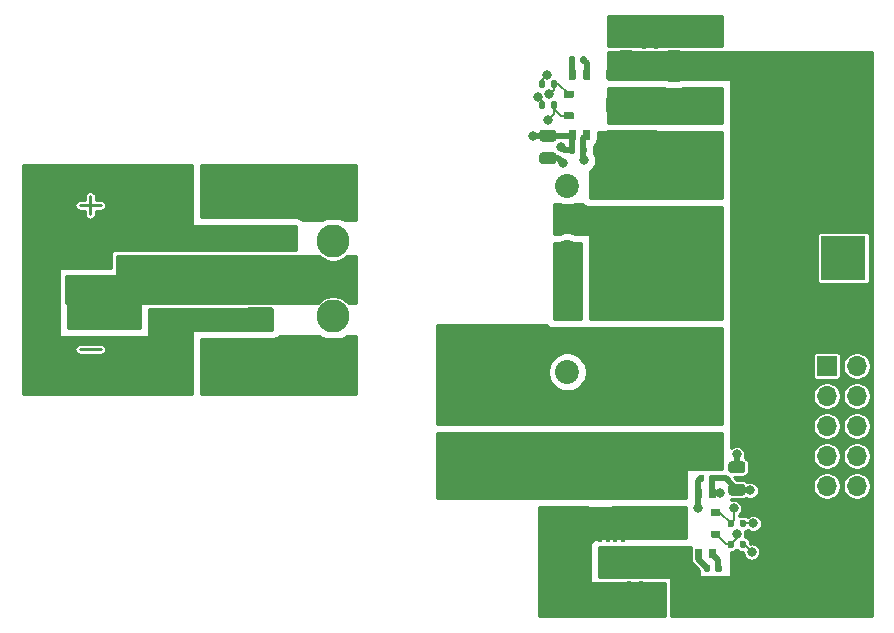
<source format=gtl>
G04 #@! TF.GenerationSoftware,KiCad,Pcbnew,5.1.10*
G04 #@! TF.CreationDate,2021-07-13T10:10:07+08:00*
G04 #@! TF.ProjectId,GAN-Power-Stage-Test,47414e2d-506f-4776-9572-2d5374616765,rev?*
G04 #@! TF.SameCoordinates,Original*
G04 #@! TF.FileFunction,Copper,L1,Top*
G04 #@! TF.FilePolarity,Positive*
%FSLAX46Y46*%
G04 Gerber Fmt 4.6, Leading zero omitted, Abs format (unit mm)*
G04 Created by KiCad (PCBNEW 5.1.10) date 2021-07-13 10:10:07*
%MOMM*%
%LPD*%
G01*
G04 APERTURE LIST*
G04 #@! TA.AperFunction,ComponentPad*
%ADD10C,3.800000*%
G04 #@! TD*
G04 #@! TA.AperFunction,ComponentPad*
%ADD11R,3.800000X3.800000*%
G04 #@! TD*
G04 #@! TA.AperFunction,SMDPad,CuDef*
%ADD12C,2.790000*%
G04 #@! TD*
G04 #@! TA.AperFunction,SMDPad,CuDef*
%ADD13C,2.030000*%
G04 #@! TD*
G04 #@! TA.AperFunction,ComponentPad*
%ADD14R,1.700000X1.700000*%
G04 #@! TD*
G04 #@! TA.AperFunction,ComponentPad*
%ADD15O,2.000000X2.000000*%
G04 #@! TD*
G04 #@! TA.AperFunction,ComponentPad*
%ADD16R,2.000000X2.000000*%
G04 #@! TD*
G04 #@! TA.AperFunction,SMDPad,CuDef*
%ADD17R,2.700000X2.450000*%
G04 #@! TD*
G04 #@! TA.AperFunction,SMDPad,CuDef*
%ADD18R,2.200000X1.500000*%
G04 #@! TD*
G04 #@! TA.AperFunction,ComponentPad*
%ADD19O,1.700000X1.700000*%
G04 #@! TD*
G04 #@! TA.AperFunction,ViaPad*
%ADD20C,0.800000*%
G04 #@! TD*
G04 #@! TA.AperFunction,ViaPad*
%ADD21C,0.400000*%
G04 #@! TD*
G04 #@! TA.AperFunction,Conductor*
%ADD22C,0.254000*%
G04 #@! TD*
G04 #@! TA.AperFunction,Conductor*
%ADD23C,0.508000*%
G04 #@! TD*
G04 #@! TA.AperFunction,Conductor*
%ADD24C,0.146812*%
G04 #@! TD*
G04 #@! TA.AperFunction,Conductor*
%ADD25C,0.100000*%
G04 #@! TD*
G04 APERTURE END LIST*
D10*
G04 #@! TO.P,J2,2*
G04 #@! TO.N,Net-(C21-Pad1)*
X152527000Y-136478000D03*
D11*
G04 #@! TO.P,J2,1*
G04 #@! TO.N,Net-(C21-Pad2)*
X152527000Y-141478000D03*
G04 #@! TD*
D10*
G04 #@! TO.P,J1,2*
G04 #@! TO.N,+12V*
X216408000Y-132414000D03*
D11*
G04 #@! TO.P,J1,1*
G04 #@! TO.N,GND*
X216408000Y-137414000D03*
G04 #@! TD*
G04 #@! TO.P,C29,2*
G04 #@! TO.N,Net-(C21-Pad2)*
G04 #@! TA.AperFunction,SMDPad,CuDef*
G36*
G01*
X158021000Y-137483000D02*
X158971000Y-137483000D01*
G75*
G02*
X159221000Y-137733000I0J-250000D01*
G01*
X159221000Y-138233000D01*
G75*
G02*
X158971000Y-138483000I-250000J0D01*
G01*
X158021000Y-138483000D01*
G75*
G02*
X157771000Y-138233000I0J250000D01*
G01*
X157771000Y-137733000D01*
G75*
G02*
X158021000Y-137483000I250000J0D01*
G01*
G37*
G04 #@! TD.AperFunction*
G04 #@! TO.P,C29,1*
G04 #@! TO.N,Net-(C21-Pad1)*
G04 #@! TA.AperFunction,SMDPad,CuDef*
G36*
G01*
X158021000Y-135583000D02*
X158971000Y-135583000D01*
G75*
G02*
X159221000Y-135833000I0J-250000D01*
G01*
X159221000Y-136333000D01*
G75*
G02*
X158971000Y-136583000I-250000J0D01*
G01*
X158021000Y-136583000D01*
G75*
G02*
X157771000Y-136333000I0J250000D01*
G01*
X157771000Y-135833000D01*
G75*
G02*
X158021000Y-135583000I250000J0D01*
G01*
G37*
G04 #@! TD.AperFunction*
G04 #@! TD*
G04 #@! TO.P,C28,2*
G04 #@! TO.N,Net-(C21-Pad2)*
G04 #@! TA.AperFunction,SMDPad,CuDef*
G36*
G01*
X162339000Y-137478000D02*
X163289000Y-137478000D01*
G75*
G02*
X163539000Y-137728000I0J-250000D01*
G01*
X163539000Y-138228000D01*
G75*
G02*
X163289000Y-138478000I-250000J0D01*
G01*
X162339000Y-138478000D01*
G75*
G02*
X162089000Y-138228000I0J250000D01*
G01*
X162089000Y-137728000D01*
G75*
G02*
X162339000Y-137478000I250000J0D01*
G01*
G37*
G04 #@! TD.AperFunction*
G04 #@! TO.P,C28,1*
G04 #@! TO.N,Net-(C21-Pad1)*
G04 #@! TA.AperFunction,SMDPad,CuDef*
G36*
G01*
X162339000Y-135578000D02*
X163289000Y-135578000D01*
G75*
G02*
X163539000Y-135828000I0J-250000D01*
G01*
X163539000Y-136328000D01*
G75*
G02*
X163289000Y-136578000I-250000J0D01*
G01*
X162339000Y-136578000D01*
G75*
G02*
X162089000Y-136328000I0J250000D01*
G01*
X162089000Y-135828000D01*
G75*
G02*
X162339000Y-135578000I250000J0D01*
G01*
G37*
G04 #@! TD.AperFunction*
G04 #@! TD*
G04 #@! TO.P,C27,2*
G04 #@! TO.N,Net-(C21-Pad2)*
G04 #@! TA.AperFunction,SMDPad,CuDef*
G36*
G01*
X163289000Y-141028000D02*
X162339000Y-141028000D01*
G75*
G02*
X162089000Y-140778000I0J250000D01*
G01*
X162089000Y-140278000D01*
G75*
G02*
X162339000Y-140028000I250000J0D01*
G01*
X163289000Y-140028000D01*
G75*
G02*
X163539000Y-140278000I0J-250000D01*
G01*
X163539000Y-140778000D01*
G75*
G02*
X163289000Y-141028000I-250000J0D01*
G01*
G37*
G04 #@! TD.AperFunction*
G04 #@! TO.P,C27,1*
G04 #@! TO.N,Net-(C21-Pad1)*
G04 #@! TA.AperFunction,SMDPad,CuDef*
G36*
G01*
X163289000Y-142928000D02*
X162339000Y-142928000D01*
G75*
G02*
X162089000Y-142678000I0J250000D01*
G01*
X162089000Y-142178000D01*
G75*
G02*
X162339000Y-141928000I250000J0D01*
G01*
X163289000Y-141928000D01*
G75*
G02*
X163539000Y-142178000I0J-250000D01*
G01*
X163539000Y-142678000D01*
G75*
G02*
X163289000Y-142928000I-250000J0D01*
G01*
G37*
G04 #@! TD.AperFunction*
G04 #@! TD*
D12*
G04 #@! TO.P,TR1,11*
G04 #@! TO.N,Net-(D2-Pad2)*
X173224000Y-145542000D03*
G04 #@! TO.P,TR1,10*
G04 #@! TO.N,Net-(TR1-Pad10)*
X173224000Y-142367000D03*
G04 #@! TO.P,TR1,9*
G04 #@! TO.N,Net-(C21-Pad2)*
X173224000Y-139192000D03*
G04 #@! TO.P,TR1,8*
G04 #@! TO.N,Net-(TR1-Pad8)*
X173224000Y-136017000D03*
G04 #@! TO.P,TR1,7*
G04 #@! TO.N,Net-(D1-Pad2)*
X173224000Y-132842000D03*
D13*
G04 #@! TO.P,TR1,6*
G04 #@! TO.N,N/C*
X193044000Y-131317000D03*
G04 #@! TO.P,TR1,5*
G04 #@! TO.N,Net-(L1-Pad2)*
X193044000Y-134112000D03*
G04 #@! TO.P,TR1,4*
G04 #@! TO.N,Net-(TR1-Pad3)*
X193044000Y-136907000D03*
G04 #@! TO.P,TR1,3*
X193044000Y-141477000D03*
G04 #@! TO.P,TR1,2*
G04 #@! TO.N,Net-(C17-Pad1)*
X193044000Y-144272000D03*
G04 #@! TO.P,TR1,1*
G04 #@! TO.N,N/C*
X193044000Y-147067000D03*
G04 #@! TD*
D14*
G04 #@! TO.P,TP8,1*
G04 #@! TO.N,Net-(D2-Pad2)*
X162941000Y-145288000D03*
G04 #@! TD*
G04 #@! TO.P,TP7,1*
G04 #@! TO.N,Net-(D1-Pad2)*
X162941000Y-133096000D03*
G04 #@! TD*
D15*
G04 #@! TO.P,D2,2*
G04 #@! TO.N,Net-(D2-Pad2)*
X167005000Y-147701000D03*
D16*
G04 #@! TO.P,D2,1*
G04 #@! TO.N,Net-(C21-Pad1)*
X167005000Y-142621000D03*
G04 #@! TD*
D15*
G04 #@! TO.P,D1,2*
G04 #@! TO.N,Net-(D1-Pad2)*
X168910000Y-130810000D03*
D16*
G04 #@! TO.P,D1,1*
G04 #@! TO.N,Net-(C21-Pad1)*
X168910000Y-135890000D03*
G04 #@! TD*
G04 #@! TO.P,C26,2*
G04 #@! TO.N,Net-(C21-Pad2)*
G04 #@! TA.AperFunction,SMDPad,CuDef*
G36*
G01*
X164549000Y-137233000D02*
X164889000Y-137233000D01*
G75*
G02*
X165029000Y-137373000I0J-140000D01*
G01*
X165029000Y-137653000D01*
G75*
G02*
X164889000Y-137793000I-140000J0D01*
G01*
X164549000Y-137793000D01*
G75*
G02*
X164409000Y-137653000I0J140000D01*
G01*
X164409000Y-137373000D01*
G75*
G02*
X164549000Y-137233000I140000J0D01*
G01*
G37*
G04 #@! TD.AperFunction*
G04 #@! TO.P,C26,1*
G04 #@! TO.N,Net-(C21-Pad1)*
G04 #@! TA.AperFunction,SMDPad,CuDef*
G36*
G01*
X164549000Y-136273000D02*
X164889000Y-136273000D01*
G75*
G02*
X165029000Y-136413000I0J-140000D01*
G01*
X165029000Y-136693000D01*
G75*
G02*
X164889000Y-136833000I-140000J0D01*
G01*
X164549000Y-136833000D01*
G75*
G02*
X164409000Y-136693000I0J140000D01*
G01*
X164409000Y-136413000D01*
G75*
G02*
X164549000Y-136273000I140000J0D01*
G01*
G37*
G04 #@! TD.AperFunction*
G04 #@! TD*
G04 #@! TO.P,C25,2*
G04 #@! TO.N,Net-(C21-Pad2)*
G04 #@! TA.AperFunction,SMDPad,CuDef*
G36*
G01*
X164762000Y-141278000D02*
X164422000Y-141278000D01*
G75*
G02*
X164282000Y-141138000I0J140000D01*
G01*
X164282000Y-140858000D01*
G75*
G02*
X164422000Y-140718000I140000J0D01*
G01*
X164762000Y-140718000D01*
G75*
G02*
X164902000Y-140858000I0J-140000D01*
G01*
X164902000Y-141138000D01*
G75*
G02*
X164762000Y-141278000I-140000J0D01*
G01*
G37*
G04 #@! TD.AperFunction*
G04 #@! TO.P,C25,1*
G04 #@! TO.N,Net-(C21-Pad1)*
G04 #@! TA.AperFunction,SMDPad,CuDef*
G36*
G01*
X164762000Y-142238000D02*
X164422000Y-142238000D01*
G75*
G02*
X164282000Y-142098000I0J140000D01*
G01*
X164282000Y-141818000D01*
G75*
G02*
X164422000Y-141678000I140000J0D01*
G01*
X164762000Y-141678000D01*
G75*
G02*
X164902000Y-141818000I0J-140000D01*
G01*
X164902000Y-142098000D01*
G75*
G02*
X164762000Y-142238000I-140000J0D01*
G01*
G37*
G04 #@! TD.AperFunction*
G04 #@! TD*
G04 #@! TO.P,C24,2*
G04 #@! TO.N,Net-(C21-Pad2)*
G04 #@! TA.AperFunction,SMDPad,CuDef*
G36*
G01*
X158971000Y-141028000D02*
X158021000Y-141028000D01*
G75*
G02*
X157771000Y-140778000I0J250000D01*
G01*
X157771000Y-140278000D01*
G75*
G02*
X158021000Y-140028000I250000J0D01*
G01*
X158971000Y-140028000D01*
G75*
G02*
X159221000Y-140278000I0J-250000D01*
G01*
X159221000Y-140778000D01*
G75*
G02*
X158971000Y-141028000I-250000J0D01*
G01*
G37*
G04 #@! TD.AperFunction*
G04 #@! TO.P,C24,1*
G04 #@! TO.N,Net-(C21-Pad1)*
G04 #@! TA.AperFunction,SMDPad,CuDef*
G36*
G01*
X158971000Y-142928000D02*
X158021000Y-142928000D01*
G75*
G02*
X157771000Y-142678000I0J250000D01*
G01*
X157771000Y-142178000D01*
G75*
G02*
X158021000Y-141928000I250000J0D01*
G01*
X158971000Y-141928000D01*
G75*
G02*
X159221000Y-142178000I0J-250000D01*
G01*
X159221000Y-142678000D01*
G75*
G02*
X158971000Y-142928000I-250000J0D01*
G01*
G37*
G04 #@! TD.AperFunction*
G04 #@! TD*
G04 #@! TO.P,C23,2*
G04 #@! TO.N,Net-(C21-Pad2)*
G04 #@! TA.AperFunction,SMDPad,CuDef*
G36*
G01*
X161130000Y-141028000D02*
X160180000Y-141028000D01*
G75*
G02*
X159930000Y-140778000I0J250000D01*
G01*
X159930000Y-140278000D01*
G75*
G02*
X160180000Y-140028000I250000J0D01*
G01*
X161130000Y-140028000D01*
G75*
G02*
X161380000Y-140278000I0J-250000D01*
G01*
X161380000Y-140778000D01*
G75*
G02*
X161130000Y-141028000I-250000J0D01*
G01*
G37*
G04 #@! TD.AperFunction*
G04 #@! TO.P,C23,1*
G04 #@! TO.N,Net-(C21-Pad1)*
G04 #@! TA.AperFunction,SMDPad,CuDef*
G36*
G01*
X161130000Y-142928000D02*
X160180000Y-142928000D01*
G75*
G02*
X159930000Y-142678000I0J250000D01*
G01*
X159930000Y-142178000D01*
G75*
G02*
X160180000Y-141928000I250000J0D01*
G01*
X161130000Y-141928000D01*
G75*
G02*
X161380000Y-142178000I0J-250000D01*
G01*
X161380000Y-142678000D01*
G75*
G02*
X161130000Y-142928000I-250000J0D01*
G01*
G37*
G04 #@! TD.AperFunction*
G04 #@! TD*
G04 #@! TO.P,C22,2*
G04 #@! TO.N,Net-(C17-Pad2)*
G04 #@! TA.AperFunction,SMDPad,CuDef*
G36*
G01*
X190065999Y-153347500D02*
X192966001Y-153347500D01*
G75*
G02*
X193216000Y-153597499I0J-249999D01*
G01*
X193216000Y-154672501D01*
G75*
G02*
X192966001Y-154922500I-249999J0D01*
G01*
X190065999Y-154922500D01*
G75*
G02*
X189816000Y-154672501I0J249999D01*
G01*
X189816000Y-153597499D01*
G75*
G02*
X190065999Y-153347500I249999J0D01*
G01*
G37*
G04 #@! TD.AperFunction*
G04 #@! TO.P,C22,1*
G04 #@! TO.N,Net-(C17-Pad1)*
G04 #@! TA.AperFunction,SMDPad,CuDef*
G36*
G01*
X190065999Y-149072500D02*
X192966001Y-149072500D01*
G75*
G02*
X193216000Y-149322499I0J-249999D01*
G01*
X193216000Y-150397501D01*
G75*
G02*
X192966001Y-150647500I-249999J0D01*
G01*
X190065999Y-150647500D01*
G75*
G02*
X189816000Y-150397501I0J249999D01*
G01*
X189816000Y-149322499D01*
G75*
G02*
X190065999Y-149072500I249999J0D01*
G01*
G37*
G04 #@! TD.AperFunction*
G04 #@! TD*
G04 #@! TO.P,C21,2*
G04 #@! TO.N,Net-(C21-Pad2)*
G04 #@! TA.AperFunction,SMDPad,CuDef*
G36*
G01*
X160180000Y-137483000D02*
X161130000Y-137483000D01*
G75*
G02*
X161380000Y-137733000I0J-250000D01*
G01*
X161380000Y-138233000D01*
G75*
G02*
X161130000Y-138483000I-250000J0D01*
G01*
X160180000Y-138483000D01*
G75*
G02*
X159930000Y-138233000I0J250000D01*
G01*
X159930000Y-137733000D01*
G75*
G02*
X160180000Y-137483000I250000J0D01*
G01*
G37*
G04 #@! TD.AperFunction*
G04 #@! TO.P,C21,1*
G04 #@! TO.N,Net-(C21-Pad1)*
G04 #@! TA.AperFunction,SMDPad,CuDef*
G36*
G01*
X160180000Y-135583000D02*
X161130000Y-135583000D01*
G75*
G02*
X161380000Y-135833000I0J-250000D01*
G01*
X161380000Y-136333000D01*
G75*
G02*
X161130000Y-136583000I-250000J0D01*
G01*
X160180000Y-136583000D01*
G75*
G02*
X159930000Y-136333000I0J250000D01*
G01*
X159930000Y-135833000D01*
G75*
G02*
X160180000Y-135583000I250000J0D01*
G01*
G37*
G04 #@! TD.AperFunction*
G04 #@! TD*
G04 #@! TO.P,C20,2*
G04 #@! TO.N,Net-(C17-Pad2)*
G04 #@! TA.AperFunction,SMDPad,CuDef*
G36*
G01*
X202638999Y-153369000D02*
X205539001Y-153369000D01*
G75*
G02*
X205789000Y-153618999I0J-249999D01*
G01*
X205789000Y-154694001D01*
G75*
G02*
X205539001Y-154944000I-249999J0D01*
G01*
X202638999Y-154944000D01*
G75*
G02*
X202389000Y-154694001I0J249999D01*
G01*
X202389000Y-153618999D01*
G75*
G02*
X202638999Y-153369000I249999J0D01*
G01*
G37*
G04 #@! TD.AperFunction*
G04 #@! TO.P,C20,1*
G04 #@! TO.N,Net-(C17-Pad1)*
G04 #@! TA.AperFunction,SMDPad,CuDef*
G36*
G01*
X202638999Y-149094000D02*
X205539001Y-149094000D01*
G75*
G02*
X205789000Y-149343999I0J-249999D01*
G01*
X205789000Y-150419001D01*
G75*
G02*
X205539001Y-150669000I-249999J0D01*
G01*
X202638999Y-150669000D01*
G75*
G02*
X202389000Y-150419001I0J249999D01*
G01*
X202389000Y-149343999D01*
G75*
G02*
X202638999Y-149094000I249999J0D01*
G01*
G37*
G04 #@! TD.AperFunction*
G04 #@! TD*
G04 #@! TO.P,C19,2*
G04 #@! TO.N,Net-(C17-Pad2)*
G04 #@! TA.AperFunction,SMDPad,CuDef*
G36*
G01*
X198447999Y-153369000D02*
X201348001Y-153369000D01*
G75*
G02*
X201598000Y-153618999I0J-249999D01*
G01*
X201598000Y-154694001D01*
G75*
G02*
X201348001Y-154944000I-249999J0D01*
G01*
X198447999Y-154944000D01*
G75*
G02*
X198198000Y-154694001I0J249999D01*
G01*
X198198000Y-153618999D01*
G75*
G02*
X198447999Y-153369000I249999J0D01*
G01*
G37*
G04 #@! TD.AperFunction*
G04 #@! TO.P,C19,1*
G04 #@! TO.N,Net-(C17-Pad1)*
G04 #@! TA.AperFunction,SMDPad,CuDef*
G36*
G01*
X198447999Y-149094000D02*
X201348001Y-149094000D01*
G75*
G02*
X201598000Y-149343999I0J-249999D01*
G01*
X201598000Y-150419001D01*
G75*
G02*
X201348001Y-150669000I-249999J0D01*
G01*
X198447999Y-150669000D01*
G75*
G02*
X198198000Y-150419001I0J249999D01*
G01*
X198198000Y-149343999D01*
G75*
G02*
X198447999Y-149094000I249999J0D01*
G01*
G37*
G04 #@! TD.AperFunction*
G04 #@! TD*
G04 #@! TO.P,C18,2*
G04 #@! TO.N,Net-(C17-Pad2)*
G04 #@! TA.AperFunction,SMDPad,CuDef*
G36*
G01*
X185874999Y-153347500D02*
X188775001Y-153347500D01*
G75*
G02*
X189025000Y-153597499I0J-249999D01*
G01*
X189025000Y-154672501D01*
G75*
G02*
X188775001Y-154922500I-249999J0D01*
G01*
X185874999Y-154922500D01*
G75*
G02*
X185625000Y-154672501I0J249999D01*
G01*
X185625000Y-153597499D01*
G75*
G02*
X185874999Y-153347500I249999J0D01*
G01*
G37*
G04 #@! TD.AperFunction*
G04 #@! TO.P,C18,1*
G04 #@! TO.N,Net-(C17-Pad1)*
G04 #@! TA.AperFunction,SMDPad,CuDef*
G36*
G01*
X185874999Y-149072500D02*
X188775001Y-149072500D01*
G75*
G02*
X189025000Y-149322499I0J-249999D01*
G01*
X189025000Y-150397501D01*
G75*
G02*
X188775001Y-150647500I-249999J0D01*
G01*
X185874999Y-150647500D01*
G75*
G02*
X185625000Y-150397501I0J249999D01*
G01*
X185625000Y-149322499D01*
G75*
G02*
X185874999Y-149072500I249999J0D01*
G01*
G37*
G04 #@! TD.AperFunction*
G04 #@! TD*
G04 #@! TO.P,C17,2*
G04 #@! TO.N,Net-(C17-Pad2)*
G04 #@! TA.AperFunction,SMDPad,CuDef*
G36*
G01*
X194256999Y-153347500D02*
X197157001Y-153347500D01*
G75*
G02*
X197407000Y-153597499I0J-249999D01*
G01*
X197407000Y-154672501D01*
G75*
G02*
X197157001Y-154922500I-249999J0D01*
G01*
X194256999Y-154922500D01*
G75*
G02*
X194007000Y-154672501I0J249999D01*
G01*
X194007000Y-153597499D01*
G75*
G02*
X194256999Y-153347500I249999J0D01*
G01*
G37*
G04 #@! TD.AperFunction*
G04 #@! TO.P,C17,1*
G04 #@! TO.N,Net-(C17-Pad1)*
G04 #@! TA.AperFunction,SMDPad,CuDef*
G36*
G01*
X194256999Y-149072500D02*
X197157001Y-149072500D01*
G75*
G02*
X197407000Y-149322499I0J-249999D01*
G01*
X197407000Y-150397501D01*
G75*
G02*
X197157001Y-150647500I-249999J0D01*
G01*
X194256999Y-150647500D01*
G75*
G02*
X194007000Y-150397501I0J249999D01*
G01*
X194007000Y-149322499D01*
G75*
G02*
X194256999Y-149072500I249999J0D01*
G01*
G37*
G04 #@! TD.AperFunction*
G04 #@! TD*
G04 #@! TO.P,R4,2*
G04 #@! TO.N,GND*
G04 #@! TA.AperFunction,SMDPad,CuDef*
G36*
G01*
X207631000Y-160078000D02*
X207631000Y-159708000D01*
G75*
G02*
X207766000Y-159573000I135000J0D01*
G01*
X208036000Y-159573000D01*
G75*
G02*
X208171000Y-159708000I0J-135000D01*
G01*
X208171000Y-160078000D01*
G75*
G02*
X208036000Y-160213000I-135000J0D01*
G01*
X207766000Y-160213000D01*
G75*
G02*
X207631000Y-160078000I0J135000D01*
G01*
G37*
G04 #@! TD.AperFunction*
G04 #@! TO.P,R4,1*
G04 #@! TO.N,Net-(J3-Pad7)*
G04 #@! TA.AperFunction,SMDPad,CuDef*
G36*
G01*
X206611000Y-160078000D02*
X206611000Y-159708000D01*
G75*
G02*
X206746000Y-159573000I135000J0D01*
G01*
X207016000Y-159573000D01*
G75*
G02*
X207151000Y-159708000I0J-135000D01*
G01*
X207151000Y-160078000D01*
G75*
G02*
X207016000Y-160213000I-135000J0D01*
G01*
X206746000Y-160213000D01*
G75*
G02*
X206611000Y-160078000I0J135000D01*
G01*
G37*
G04 #@! TD.AperFunction*
G04 #@! TD*
G04 #@! TO.P,R3,2*
G04 #@! TO.N,GND*
G04 #@! TA.AperFunction,SMDPad,CuDef*
G36*
G01*
X191149000Y-124275000D02*
X191149000Y-124645000D01*
G75*
G02*
X191014000Y-124780000I-135000J0D01*
G01*
X190744000Y-124780000D01*
G75*
G02*
X190609000Y-124645000I0J135000D01*
G01*
X190609000Y-124275000D01*
G75*
G02*
X190744000Y-124140000I135000J0D01*
G01*
X191014000Y-124140000D01*
G75*
G02*
X191149000Y-124275000I0J-135000D01*
G01*
G37*
G04 #@! TD.AperFunction*
G04 #@! TO.P,R3,1*
G04 #@! TO.N,Net-(J3-Pad5)*
G04 #@! TA.AperFunction,SMDPad,CuDef*
G36*
G01*
X192169000Y-124275000D02*
X192169000Y-124645000D01*
G75*
G02*
X192034000Y-124780000I-135000J0D01*
G01*
X191764000Y-124780000D01*
G75*
G02*
X191629000Y-124645000I0J135000D01*
G01*
X191629000Y-124275000D01*
G75*
G02*
X191764000Y-124140000I135000J0D01*
G01*
X192034000Y-124140000D01*
G75*
G02*
X192169000Y-124275000I0J-135000D01*
G01*
G37*
G04 #@! TD.AperFunction*
G04 #@! TD*
G04 #@! TO.P,R2,2*
G04 #@! TO.N,GND*
G04 #@! TA.AperFunction,SMDPad,CuDef*
G36*
G01*
X207631000Y-161856000D02*
X207631000Y-161486000D01*
G75*
G02*
X207766000Y-161351000I135000J0D01*
G01*
X208036000Y-161351000D01*
G75*
G02*
X208171000Y-161486000I0J-135000D01*
G01*
X208171000Y-161856000D01*
G75*
G02*
X208036000Y-161991000I-135000J0D01*
G01*
X207766000Y-161991000D01*
G75*
G02*
X207631000Y-161856000I0J135000D01*
G01*
G37*
G04 #@! TD.AperFunction*
G04 #@! TO.P,R2,1*
G04 #@! TO.N,Net-(J3-Pad9)*
G04 #@! TA.AperFunction,SMDPad,CuDef*
G36*
G01*
X206611000Y-161856000D02*
X206611000Y-161486000D01*
G75*
G02*
X206746000Y-161351000I135000J0D01*
G01*
X207016000Y-161351000D01*
G75*
G02*
X207151000Y-161486000I0J-135000D01*
G01*
X207151000Y-161856000D01*
G75*
G02*
X207016000Y-161991000I-135000J0D01*
G01*
X206746000Y-161991000D01*
G75*
G02*
X206611000Y-161856000I0J135000D01*
G01*
G37*
G04 #@! TD.AperFunction*
G04 #@! TD*
G04 #@! TO.P,R1,2*
G04 #@! TO.N,GND*
G04 #@! TA.AperFunction,SMDPad,CuDef*
G36*
G01*
X191149000Y-122497000D02*
X191149000Y-122867000D01*
G75*
G02*
X191014000Y-123002000I-135000J0D01*
G01*
X190744000Y-123002000D01*
G75*
G02*
X190609000Y-122867000I0J135000D01*
G01*
X190609000Y-122497000D01*
G75*
G02*
X190744000Y-122362000I135000J0D01*
G01*
X191014000Y-122362000D01*
G75*
G02*
X191149000Y-122497000I0J-135000D01*
G01*
G37*
G04 #@! TD.AperFunction*
G04 #@! TO.P,R1,1*
G04 #@! TO.N,Net-(J3-Pad3)*
G04 #@! TA.AperFunction,SMDPad,CuDef*
G36*
G01*
X192169000Y-122497000D02*
X192169000Y-122867000D01*
G75*
G02*
X192034000Y-123002000I-135000J0D01*
G01*
X191764000Y-123002000D01*
G75*
G02*
X191629000Y-122867000I0J135000D01*
G01*
X191629000Y-122497000D01*
G75*
G02*
X191764000Y-122362000I135000J0D01*
G01*
X192034000Y-122362000D01*
G75*
G02*
X192169000Y-122497000I0J-135000D01*
G01*
G37*
G04 #@! TD.AperFunction*
G04 #@! TD*
G04 #@! TO.P,C16,2*
G04 #@! TO.N,GND*
G04 #@! TA.AperFunction,SMDPad,CuDef*
G36*
G01*
X199093000Y-164792000D02*
X199433000Y-164792000D01*
G75*
G02*
X199573000Y-164932000I0J-140000D01*
G01*
X199573000Y-165212000D01*
G75*
G02*
X199433000Y-165352000I-140000J0D01*
G01*
X199093000Y-165352000D01*
G75*
G02*
X198953000Y-165212000I0J140000D01*
G01*
X198953000Y-164932000D01*
G75*
G02*
X199093000Y-164792000I140000J0D01*
G01*
G37*
G04 #@! TD.AperFunction*
G04 #@! TO.P,C16,1*
G04 #@! TO.N,+12V*
G04 #@! TA.AperFunction,SMDPad,CuDef*
G36*
G01*
X199093000Y-163832000D02*
X199433000Y-163832000D01*
G75*
G02*
X199573000Y-163972000I0J-140000D01*
G01*
X199573000Y-164252000D01*
G75*
G02*
X199433000Y-164392000I-140000J0D01*
G01*
X199093000Y-164392000D01*
G75*
G02*
X198953000Y-164252000I0J140000D01*
G01*
X198953000Y-163972000D01*
G75*
G02*
X199093000Y-163832000I140000J0D01*
G01*
G37*
G04 #@! TD.AperFunction*
G04 #@! TD*
G04 #@! TO.P,C15,2*
G04 #@! TO.N,GND*
G04 #@! TA.AperFunction,SMDPad,CuDef*
G36*
G01*
X199687000Y-119688000D02*
X199347000Y-119688000D01*
G75*
G02*
X199207000Y-119548000I0J140000D01*
G01*
X199207000Y-119268000D01*
G75*
G02*
X199347000Y-119128000I140000J0D01*
G01*
X199687000Y-119128000D01*
G75*
G02*
X199827000Y-119268000I0J-140000D01*
G01*
X199827000Y-119548000D01*
G75*
G02*
X199687000Y-119688000I-140000J0D01*
G01*
G37*
G04 #@! TD.AperFunction*
G04 #@! TO.P,C15,1*
G04 #@! TO.N,+12V*
G04 #@! TA.AperFunction,SMDPad,CuDef*
G36*
G01*
X199687000Y-120648000D02*
X199347000Y-120648000D01*
G75*
G02*
X199207000Y-120508000I0J140000D01*
G01*
X199207000Y-120228000D01*
G75*
G02*
X199347000Y-120088000I140000J0D01*
G01*
X199687000Y-120088000D01*
G75*
G02*
X199827000Y-120228000I0J-140000D01*
G01*
X199827000Y-120508000D01*
G75*
G02*
X199687000Y-120648000I-140000J0D01*
G01*
G37*
G04 #@! TD.AperFunction*
G04 #@! TD*
G04 #@! TO.P,C14,2*
G04 #@! TO.N,GND*
G04 #@! TA.AperFunction,SMDPad,CuDef*
G36*
G01*
X198077000Y-164792000D02*
X198417000Y-164792000D01*
G75*
G02*
X198557000Y-164932000I0J-140000D01*
G01*
X198557000Y-165212000D01*
G75*
G02*
X198417000Y-165352000I-140000J0D01*
G01*
X198077000Y-165352000D01*
G75*
G02*
X197937000Y-165212000I0J140000D01*
G01*
X197937000Y-164932000D01*
G75*
G02*
X198077000Y-164792000I140000J0D01*
G01*
G37*
G04 #@! TD.AperFunction*
G04 #@! TO.P,C14,1*
G04 #@! TO.N,+12V*
G04 #@! TA.AperFunction,SMDPad,CuDef*
G36*
G01*
X198077000Y-163832000D02*
X198417000Y-163832000D01*
G75*
G02*
X198557000Y-163972000I0J-140000D01*
G01*
X198557000Y-164252000D01*
G75*
G02*
X198417000Y-164392000I-140000J0D01*
G01*
X198077000Y-164392000D01*
G75*
G02*
X197937000Y-164252000I0J140000D01*
G01*
X197937000Y-163972000D01*
G75*
G02*
X198077000Y-163832000I140000J0D01*
G01*
G37*
G04 #@! TD.AperFunction*
G04 #@! TD*
G04 #@! TO.P,C13,2*
G04 #@! TO.N,Net-(C13-Pad2)*
G04 #@! TA.AperFunction,SMDPad,CuDef*
G36*
G01*
X205559000Y-163873000D02*
X205559000Y-163533000D01*
G75*
G02*
X205699000Y-163393000I140000J0D01*
G01*
X205979000Y-163393000D01*
G75*
G02*
X206119000Y-163533000I0J-140000D01*
G01*
X206119000Y-163873000D01*
G75*
G02*
X205979000Y-164013000I-140000J0D01*
G01*
X205699000Y-164013000D01*
G75*
G02*
X205559000Y-163873000I0J140000D01*
G01*
G37*
G04 #@! TD.AperFunction*
G04 #@! TO.P,C13,1*
G04 #@! TO.N,Net-(C13-Pad1)*
G04 #@! TA.AperFunction,SMDPad,CuDef*
G36*
G01*
X204599000Y-163873000D02*
X204599000Y-163533000D01*
G75*
G02*
X204739000Y-163393000I140000J0D01*
G01*
X205019000Y-163393000D01*
G75*
G02*
X205159000Y-163533000I0J-140000D01*
G01*
X205159000Y-163873000D01*
G75*
G02*
X205019000Y-164013000I-140000J0D01*
G01*
X204739000Y-164013000D01*
G75*
G02*
X204599000Y-163873000I0J140000D01*
G01*
G37*
G04 #@! TD.AperFunction*
G04 #@! TD*
G04 #@! TO.P,C12,2*
G04 #@! TO.N,GND*
G04 #@! TA.AperFunction,SMDPad,CuDef*
G36*
G01*
X200703000Y-119688000D02*
X200363000Y-119688000D01*
G75*
G02*
X200223000Y-119548000I0J140000D01*
G01*
X200223000Y-119268000D01*
G75*
G02*
X200363000Y-119128000I140000J0D01*
G01*
X200703000Y-119128000D01*
G75*
G02*
X200843000Y-119268000I0J-140000D01*
G01*
X200843000Y-119548000D01*
G75*
G02*
X200703000Y-119688000I-140000J0D01*
G01*
G37*
G04 #@! TD.AperFunction*
G04 #@! TO.P,C12,1*
G04 #@! TO.N,+12V*
G04 #@! TA.AperFunction,SMDPad,CuDef*
G36*
G01*
X200703000Y-120648000D02*
X200363000Y-120648000D01*
G75*
G02*
X200223000Y-120508000I0J140000D01*
G01*
X200223000Y-120228000D01*
G75*
G02*
X200363000Y-120088000I140000J0D01*
G01*
X200703000Y-120088000D01*
G75*
G02*
X200843000Y-120228000I0J-140000D01*
G01*
X200843000Y-120508000D01*
G75*
G02*
X200703000Y-120648000I-140000J0D01*
G01*
G37*
G04 #@! TD.AperFunction*
G04 #@! TD*
G04 #@! TO.P,C11,2*
G04 #@! TO.N,Net-(C11-Pad2)*
G04 #@! TA.AperFunction,SMDPad,CuDef*
G36*
G01*
X193729000Y-120480000D02*
X193729000Y-120820000D01*
G75*
G02*
X193589000Y-120960000I-140000J0D01*
G01*
X193309000Y-120960000D01*
G75*
G02*
X193169000Y-120820000I0J140000D01*
G01*
X193169000Y-120480000D01*
G75*
G02*
X193309000Y-120340000I140000J0D01*
G01*
X193589000Y-120340000D01*
G75*
G02*
X193729000Y-120480000I0J-140000D01*
G01*
G37*
G04 #@! TD.AperFunction*
G04 #@! TO.P,C11,1*
G04 #@! TO.N,Net-(C11-Pad1)*
G04 #@! TA.AperFunction,SMDPad,CuDef*
G36*
G01*
X194689000Y-120480000D02*
X194689000Y-120820000D01*
G75*
G02*
X194549000Y-120960000I-140000J0D01*
G01*
X194269000Y-120960000D01*
G75*
G02*
X194129000Y-120820000I0J140000D01*
G01*
X194129000Y-120480000D01*
G75*
G02*
X194269000Y-120340000I140000J0D01*
G01*
X194549000Y-120340000D01*
G75*
G02*
X194689000Y-120480000I0J-140000D01*
G01*
G37*
G04 #@! TD.AperFunction*
G04 #@! TD*
G04 #@! TO.P,C8,2*
G04 #@! TO.N,GND*
G04 #@! TA.AperFunction,SMDPad,CuDef*
G36*
G01*
X204651000Y-155913000D02*
X204651000Y-156253000D01*
G75*
G02*
X204511000Y-156393000I-140000J0D01*
G01*
X204231000Y-156393000D01*
G75*
G02*
X204091000Y-156253000I0J140000D01*
G01*
X204091000Y-155913000D01*
G75*
G02*
X204231000Y-155773000I140000J0D01*
G01*
X204511000Y-155773000D01*
G75*
G02*
X204651000Y-155913000I0J-140000D01*
G01*
G37*
G04 #@! TD.AperFunction*
G04 #@! TO.P,C8,1*
G04 #@! TO.N,+5V*
G04 #@! TA.AperFunction,SMDPad,CuDef*
G36*
G01*
X205611000Y-155913000D02*
X205611000Y-156253000D01*
G75*
G02*
X205471000Y-156393000I-140000J0D01*
G01*
X205191000Y-156393000D01*
G75*
G02*
X205051000Y-156253000I0J140000D01*
G01*
X205051000Y-155913000D01*
G75*
G02*
X205191000Y-155773000I140000J0D01*
G01*
X205471000Y-155773000D01*
G75*
G02*
X205611000Y-155913000I0J-140000D01*
G01*
G37*
G04 #@! TD.AperFunction*
G04 #@! TD*
G04 #@! TO.P,C7,2*
G04 #@! TO.N,GND*
G04 #@! TA.AperFunction,SMDPad,CuDef*
G36*
G01*
X194129000Y-128440000D02*
X194129000Y-128100000D01*
G75*
G02*
X194269000Y-127960000I140000J0D01*
G01*
X194549000Y-127960000D01*
G75*
G02*
X194689000Y-128100000I0J-140000D01*
G01*
X194689000Y-128440000D01*
G75*
G02*
X194549000Y-128580000I-140000J0D01*
G01*
X194269000Y-128580000D01*
G75*
G02*
X194129000Y-128440000I0J140000D01*
G01*
G37*
G04 #@! TD.AperFunction*
G04 #@! TO.P,C7,1*
G04 #@! TO.N,+5V*
G04 #@! TA.AperFunction,SMDPad,CuDef*
G36*
G01*
X193169000Y-128440000D02*
X193169000Y-128100000D01*
G75*
G02*
X193309000Y-127960000I140000J0D01*
G01*
X193589000Y-127960000D01*
G75*
G02*
X193729000Y-128100000I0J-140000D01*
G01*
X193729000Y-128440000D01*
G75*
G02*
X193589000Y-128580000I-140000J0D01*
G01*
X193309000Y-128580000D01*
G75*
G02*
X193169000Y-128440000I0J140000D01*
G01*
G37*
G04 #@! TD.AperFunction*
G04 #@! TD*
D17*
G04 #@! TO.P,L2,2*
G04 #@! TO.N,Net-(C17-Pad1)*
X200533000Y-147000000D03*
G04 #@! TO.P,L2,1*
G04 #@! TO.N,Net-(L1-Pad2)*
X200533000Y-138750000D03*
G04 #@! TD*
D14*
G04 #@! TO.P,TP6,1*
G04 #@! TO.N,Net-(C17-Pad1)*
X183261000Y-150622000D03*
G04 #@! TD*
G04 #@! TO.P,TP5,1*
G04 #@! TO.N,Net-(L1-Pad2)*
X205105000Y-135001000D03*
G04 #@! TD*
G04 #@! TO.P,TP4,1*
G04 #@! TO.N,Net-(C17-Pad2)*
X195834000Y-157099000D03*
G04 #@! TD*
G04 #@! TO.P,TP3,1*
G04 #@! TO.N,Net-(L1-Pad1)*
X205105000Y-130175000D03*
G04 #@! TD*
G04 #@! TO.P,TP2,1*
G04 #@! TO.N,GND*
X205232000Y-125095000D03*
G04 #@! TD*
G04 #@! TO.P,TP1,1*
G04 #@! TO.N,+12V*
X213741000Y-121031000D03*
G04 #@! TD*
G04 #@! TO.P,Q2,5*
G04 #@! TO.N,Net-(J3-Pad7)*
G04 #@! TA.AperFunction,SMDPad,CuDef*
G36*
G01*
X205959100Y-159293000D02*
X205259900Y-159293000D01*
G75*
G02*
X205209500Y-159242600I0J50400D01*
G01*
X205209500Y-158743400D01*
G75*
G02*
X205259900Y-158693000I50400J0D01*
G01*
X205959100Y-158693000D01*
G75*
G02*
X206009500Y-158743400I0J-50400D01*
G01*
X206009500Y-159242600D01*
G75*
G02*
X205959100Y-159293000I-50400J0D01*
G01*
G37*
G04 #@! TD.AperFunction*
G04 #@! TO.P,Q2,4*
G04 #@! TO.N,Net-(J3-Pad9)*
G04 #@! TA.AperFunction,SMDPad,CuDef*
G36*
G01*
X205959100Y-161093000D02*
X205259900Y-161093000D01*
G75*
G02*
X205209500Y-161042600I0J50400D01*
G01*
X205209500Y-160543400D01*
G75*
G02*
X205259900Y-160493000I50400J0D01*
G01*
X205959100Y-160493000D01*
G75*
G02*
X206009500Y-160543400I0J-50400D01*
G01*
X206009500Y-161042600D01*
G75*
G02*
X205959100Y-161093000I-50400J0D01*
G01*
G37*
G04 #@! TD.AperFunction*
G04 #@! TO.P,Q2,6*
G04 #@! TO.N,+5V*
G04 #@! TA.AperFunction,SMDPad,CuDef*
G36*
G01*
X205559100Y-157743000D02*
X205059900Y-157743000D01*
G75*
G02*
X205009500Y-157692600I0J50400D01*
G01*
X205009500Y-156993400D01*
G75*
G02*
X205059900Y-156943000I50400J0D01*
G01*
X205559100Y-156943000D01*
G75*
G02*
X205609500Y-156993400I0J-50400D01*
G01*
X205609500Y-157692600D01*
G75*
G02*
X205559100Y-157743000I-50400J0D01*
G01*
G37*
G04 #@! TD.AperFunction*
G04 #@! TO.P,Q2,7*
G04 #@! TO.N,GND*
G04 #@! TA.AperFunction,SMDPad,CuDef*
G36*
G01*
X204359100Y-157743000D02*
X203859900Y-157743000D01*
G75*
G02*
X203809500Y-157692600I0J50400D01*
G01*
X203809500Y-156993400D01*
G75*
G02*
X203859900Y-156943000I50400J0D01*
G01*
X204359100Y-156943000D01*
G75*
G02*
X204409500Y-156993400I0J-50400D01*
G01*
X204409500Y-157692600D01*
G75*
G02*
X204359100Y-157743000I-50400J0D01*
G01*
G37*
G04 #@! TD.AperFunction*
G04 #@! TO.P,Q2,3*
G04 #@! TO.N,Net-(C13-Pad2)*
G04 #@! TA.AperFunction,SMDPad,CuDef*
G36*
G01*
X205559100Y-162843000D02*
X205059900Y-162843000D01*
G75*
G02*
X205009500Y-162792600I0J50400D01*
G01*
X205009500Y-162093400D01*
G75*
G02*
X205059900Y-162043000I50400J0D01*
G01*
X205559100Y-162043000D01*
G75*
G02*
X205609500Y-162093400I0J-50400D01*
G01*
X205609500Y-162792600D01*
G75*
G02*
X205559100Y-162843000I-50400J0D01*
G01*
G37*
G04 #@! TD.AperFunction*
G04 #@! TO.P,Q2,2*
G04 #@! TO.N,Net-(C13-Pad1)*
G04 #@! TA.AperFunction,SMDPad,CuDef*
G36*
G01*
X204359100Y-162843000D02*
X203859900Y-162843000D01*
G75*
G02*
X203809500Y-162792600I0J50400D01*
G01*
X203809500Y-162093400D01*
G75*
G02*
X203859900Y-162043000I50400J0D01*
G01*
X204359100Y-162043000D01*
G75*
G02*
X204409500Y-162093400I0J-50400D01*
G01*
X204409500Y-162792600D01*
G75*
G02*
X204359100Y-162843000I-50400J0D01*
G01*
G37*
G04 #@! TD.AperFunction*
G04 #@! TO.P,Q2,9*
G04 #@! TO.N,GND*
G04 #@! TA.AperFunction,SMDPad,CuDef*
G36*
G01*
X202403900Y-160468000D02*
X198155100Y-160468000D01*
G75*
G02*
X198104500Y-160417400I0J50600D01*
G01*
X198104500Y-159368600D01*
G75*
G02*
X198155100Y-159318000I50600J0D01*
G01*
X202403900Y-159318000D01*
G75*
G02*
X202454500Y-159368600I0J-50600D01*
G01*
X202454500Y-160417400D01*
G75*
G02*
X202403900Y-160468000I-50600J0D01*
G01*
G37*
G04 #@! TD.AperFunction*
G04 #@! TO.P,Q2,8*
G04 #@! TO.N,Net-(C17-Pad2)*
G04 #@! TA.AperFunction,SMDPad,CuDef*
G36*
G01*
X202404100Y-157743000D02*
X198154900Y-157743000D01*
G75*
G02*
X198104500Y-157692600I0J50400D01*
G01*
X198104500Y-156993400D01*
G75*
G02*
X198154900Y-156943000I50400J0D01*
G01*
X202404100Y-156943000D01*
G75*
G02*
X202454500Y-156993400I0J-50400D01*
G01*
X202454500Y-157692600D01*
G75*
G02*
X202404100Y-157743000I-50400J0D01*
G01*
G37*
G04 #@! TD.AperFunction*
G04 #@! TO.P,Q2,1*
G04 #@! TO.N,+12V*
G04 #@! TA.AperFunction,SMDPad,CuDef*
G36*
G01*
X202404100Y-162843000D02*
X198154900Y-162843000D01*
G75*
G02*
X198104500Y-162792600I0J50400D01*
G01*
X198104500Y-162093400D01*
G75*
G02*
X198154900Y-162043000I50400J0D01*
G01*
X202404100Y-162043000D01*
G75*
G02*
X202454500Y-162093400I0J-50400D01*
G01*
X202454500Y-162792600D01*
G75*
G02*
X202404100Y-162843000I-50400J0D01*
G01*
G37*
G04 #@! TD.AperFunction*
G04 #@! TD*
G04 #@! TO.P,Q1,5*
G04 #@! TO.N,Net-(J3-Pad5)*
G04 #@! TA.AperFunction,SMDPad,CuDef*
G36*
G01*
X192820900Y-125060000D02*
X193520100Y-125060000D01*
G75*
G02*
X193570500Y-125110400I0J-50400D01*
G01*
X193570500Y-125609600D01*
G75*
G02*
X193520100Y-125660000I-50400J0D01*
G01*
X192820900Y-125660000D01*
G75*
G02*
X192770500Y-125609600I0J50400D01*
G01*
X192770500Y-125110400D01*
G75*
G02*
X192820900Y-125060000I50400J0D01*
G01*
G37*
G04 #@! TD.AperFunction*
G04 #@! TO.P,Q1,4*
G04 #@! TO.N,Net-(J3-Pad3)*
G04 #@! TA.AperFunction,SMDPad,CuDef*
G36*
G01*
X192820900Y-123260000D02*
X193520100Y-123260000D01*
G75*
G02*
X193570500Y-123310400I0J-50400D01*
G01*
X193570500Y-123809600D01*
G75*
G02*
X193520100Y-123860000I-50400J0D01*
G01*
X192820900Y-123860000D01*
G75*
G02*
X192770500Y-123809600I0J50400D01*
G01*
X192770500Y-123310400D01*
G75*
G02*
X192820900Y-123260000I50400J0D01*
G01*
G37*
G04 #@! TD.AperFunction*
G04 #@! TO.P,Q1,6*
G04 #@! TO.N,+5V*
G04 #@! TA.AperFunction,SMDPad,CuDef*
G36*
G01*
X193220900Y-126610000D02*
X193720100Y-126610000D01*
G75*
G02*
X193770500Y-126660400I0J-50400D01*
G01*
X193770500Y-127359600D01*
G75*
G02*
X193720100Y-127410000I-50400J0D01*
G01*
X193220900Y-127410000D01*
G75*
G02*
X193170500Y-127359600I0J50400D01*
G01*
X193170500Y-126660400D01*
G75*
G02*
X193220900Y-126610000I50400J0D01*
G01*
G37*
G04 #@! TD.AperFunction*
G04 #@! TO.P,Q1,7*
G04 #@! TO.N,GND*
G04 #@! TA.AperFunction,SMDPad,CuDef*
G36*
G01*
X194420900Y-126610000D02*
X194920100Y-126610000D01*
G75*
G02*
X194970500Y-126660400I0J-50400D01*
G01*
X194970500Y-127359600D01*
G75*
G02*
X194920100Y-127410000I-50400J0D01*
G01*
X194420900Y-127410000D01*
G75*
G02*
X194370500Y-127359600I0J50400D01*
G01*
X194370500Y-126660400D01*
G75*
G02*
X194420900Y-126610000I50400J0D01*
G01*
G37*
G04 #@! TD.AperFunction*
G04 #@! TO.P,Q1,3*
G04 #@! TO.N,Net-(C11-Pad2)*
G04 #@! TA.AperFunction,SMDPad,CuDef*
G36*
G01*
X193220900Y-121510000D02*
X193720100Y-121510000D01*
G75*
G02*
X193770500Y-121560400I0J-50400D01*
G01*
X193770500Y-122259600D01*
G75*
G02*
X193720100Y-122310000I-50400J0D01*
G01*
X193220900Y-122310000D01*
G75*
G02*
X193170500Y-122259600I0J50400D01*
G01*
X193170500Y-121560400D01*
G75*
G02*
X193220900Y-121510000I50400J0D01*
G01*
G37*
G04 #@! TD.AperFunction*
G04 #@! TO.P,Q1,2*
G04 #@! TO.N,Net-(C11-Pad1)*
G04 #@! TA.AperFunction,SMDPad,CuDef*
G36*
G01*
X194420900Y-121510000D02*
X194920100Y-121510000D01*
G75*
G02*
X194970500Y-121560400I0J-50400D01*
G01*
X194970500Y-122259600D01*
G75*
G02*
X194920100Y-122310000I-50400J0D01*
G01*
X194420900Y-122310000D01*
G75*
G02*
X194370500Y-122259600I0J50400D01*
G01*
X194370500Y-121560400D01*
G75*
G02*
X194420900Y-121510000I50400J0D01*
G01*
G37*
G04 #@! TD.AperFunction*
G04 #@! TO.P,Q1,9*
G04 #@! TO.N,GND*
G04 #@! TA.AperFunction,SMDPad,CuDef*
G36*
G01*
X196376100Y-123885000D02*
X200624900Y-123885000D01*
G75*
G02*
X200675500Y-123935600I0J-50600D01*
G01*
X200675500Y-124984400D01*
G75*
G02*
X200624900Y-125035000I-50600J0D01*
G01*
X196376100Y-125035000D01*
G75*
G02*
X196325500Y-124984400I0J50600D01*
G01*
X196325500Y-123935600D01*
G75*
G02*
X196376100Y-123885000I50600J0D01*
G01*
G37*
G04 #@! TD.AperFunction*
G04 #@! TO.P,Q1,8*
G04 #@! TO.N,Net-(L1-Pad1)*
G04 #@! TA.AperFunction,SMDPad,CuDef*
G36*
G01*
X196375900Y-126610000D02*
X200625100Y-126610000D01*
G75*
G02*
X200675500Y-126660400I0J-50400D01*
G01*
X200675500Y-127359600D01*
G75*
G02*
X200625100Y-127410000I-50400J0D01*
G01*
X196375900Y-127410000D01*
G75*
G02*
X196325500Y-127359600I0J50400D01*
G01*
X196325500Y-126660400D01*
G75*
G02*
X196375900Y-126610000I50400J0D01*
G01*
G37*
G04 #@! TD.AperFunction*
G04 #@! TO.P,Q1,1*
G04 #@! TO.N,+12V*
G04 #@! TA.AperFunction,SMDPad,CuDef*
G36*
G01*
X196375900Y-121510000D02*
X200625100Y-121510000D01*
G75*
G02*
X200675500Y-121560400I0J-50400D01*
G01*
X200675500Y-122259600D01*
G75*
G02*
X200625100Y-122310000I-50400J0D01*
G01*
X196375900Y-122310000D01*
G75*
G02*
X196325500Y-122259600I0J50400D01*
G01*
X196325500Y-121560400D01*
G75*
G02*
X196375900Y-121510000I50400J0D01*
G01*
G37*
G04 #@! TD.AperFunction*
G04 #@! TD*
D18*
G04 #@! TO.P,L1,2*
G04 #@! TO.N,Net-(L1-Pad2)*
X199009000Y-135788000D03*
G04 #@! TO.P,L1,1*
G04 #@! TO.N,Net-(L1-Pad1)*
X199009000Y-129388000D03*
G04 #@! TD*
D19*
G04 #@! TO.P,J3,10*
G04 #@! TO.N,GND*
X217551000Y-156718000D03*
G04 #@! TO.P,J3,9*
G04 #@! TO.N,Net-(J3-Pad9)*
X215011000Y-156718000D03*
G04 #@! TO.P,J3,8*
G04 #@! TO.N,GND*
X217551000Y-154178000D03*
G04 #@! TO.P,J3,7*
G04 #@! TO.N,Net-(J3-Pad7)*
X215011000Y-154178000D03*
G04 #@! TO.P,J3,6*
G04 #@! TO.N,GND*
X217551000Y-151638000D03*
G04 #@! TO.P,J3,5*
G04 #@! TO.N,Net-(J3-Pad5)*
X215011000Y-151638000D03*
G04 #@! TO.P,J3,4*
G04 #@! TO.N,GND*
X217551000Y-149098000D03*
G04 #@! TO.P,J3,3*
G04 #@! TO.N,Net-(J3-Pad3)*
X215011000Y-149098000D03*
G04 #@! TO.P,J3,2*
G04 #@! TO.N,GND*
X217551000Y-146558000D03*
D14*
G04 #@! TO.P,J3,1*
G04 #@! TO.N,+5V*
X215011000Y-146558000D03*
G04 #@! TD*
G04 #@! TO.P,C10,2*
G04 #@! TO.N,GND*
G04 #@! TA.AperFunction,SMDPad,CuDef*
G36*
G01*
X200312000Y-165423000D02*
X201262000Y-165423000D01*
G75*
G02*
X201512000Y-165673000I0J-250000D01*
G01*
X201512000Y-166173000D01*
G75*
G02*
X201262000Y-166423000I-250000J0D01*
G01*
X200312000Y-166423000D01*
G75*
G02*
X200062000Y-166173000I0J250000D01*
G01*
X200062000Y-165673000D01*
G75*
G02*
X200312000Y-165423000I250000J0D01*
G01*
G37*
G04 #@! TD.AperFunction*
G04 #@! TO.P,C10,1*
G04 #@! TO.N,+12V*
G04 #@! TA.AperFunction,SMDPad,CuDef*
G36*
G01*
X200312000Y-163523000D02*
X201262000Y-163523000D01*
G75*
G02*
X201512000Y-163773000I0J-250000D01*
G01*
X201512000Y-164273000D01*
G75*
G02*
X201262000Y-164523000I-250000J0D01*
G01*
X200312000Y-164523000D01*
G75*
G02*
X200062000Y-164273000I0J250000D01*
G01*
X200062000Y-163773000D01*
G75*
G02*
X200312000Y-163523000I250000J0D01*
G01*
G37*
G04 #@! TD.AperFunction*
G04 #@! TD*
G04 #@! TO.P,C9,2*
G04 #@! TO.N,GND*
G04 #@! TA.AperFunction,SMDPad,CuDef*
G36*
G01*
X201582000Y-123386000D02*
X202532000Y-123386000D01*
G75*
G02*
X202782000Y-123636000I0J-250000D01*
G01*
X202782000Y-124136000D01*
G75*
G02*
X202532000Y-124386000I-250000J0D01*
G01*
X201582000Y-124386000D01*
G75*
G02*
X201332000Y-124136000I0J250000D01*
G01*
X201332000Y-123636000D01*
G75*
G02*
X201582000Y-123386000I250000J0D01*
G01*
G37*
G04 #@! TD.AperFunction*
G04 #@! TO.P,C9,1*
G04 #@! TO.N,+12V*
G04 #@! TA.AperFunction,SMDPad,CuDef*
G36*
G01*
X201582000Y-121486000D02*
X202532000Y-121486000D01*
G75*
G02*
X202782000Y-121736000I0J-250000D01*
G01*
X202782000Y-122236000D01*
G75*
G02*
X202532000Y-122486000I-250000J0D01*
G01*
X201582000Y-122486000D01*
G75*
G02*
X201332000Y-122236000I0J250000D01*
G01*
X201332000Y-121736000D01*
G75*
G02*
X201582000Y-121486000I250000J0D01*
G01*
G37*
G04 #@! TD.AperFunction*
G04 #@! TD*
G04 #@! TO.P,C6,2*
G04 #@! TO.N,GND*
G04 #@! TA.AperFunction,SMDPad,CuDef*
G36*
G01*
X196248000Y-165423000D02*
X197198000Y-165423000D01*
G75*
G02*
X197448000Y-165673000I0J-250000D01*
G01*
X197448000Y-166173000D01*
G75*
G02*
X197198000Y-166423000I-250000J0D01*
G01*
X196248000Y-166423000D01*
G75*
G02*
X195998000Y-166173000I0J250000D01*
G01*
X195998000Y-165673000D01*
G75*
G02*
X196248000Y-165423000I250000J0D01*
G01*
G37*
G04 #@! TD.AperFunction*
G04 #@! TO.P,C6,1*
G04 #@! TO.N,+12V*
G04 #@! TA.AperFunction,SMDPad,CuDef*
G36*
G01*
X196248000Y-163523000D02*
X197198000Y-163523000D01*
G75*
G02*
X197448000Y-163773000I0J-250000D01*
G01*
X197448000Y-164273000D01*
G75*
G02*
X197198000Y-164523000I-250000J0D01*
G01*
X196248000Y-164523000D01*
G75*
G02*
X195998000Y-164273000I0J250000D01*
G01*
X195998000Y-163773000D01*
G75*
G02*
X196248000Y-163523000I250000J0D01*
G01*
G37*
G04 #@! TD.AperFunction*
G04 #@! TD*
G04 #@! TO.P,C5,2*
G04 #@! TO.N,GND*
G04 #@! TA.AperFunction,SMDPad,CuDef*
G36*
G01*
X202532000Y-118930000D02*
X201582000Y-118930000D01*
G75*
G02*
X201332000Y-118680000I0J250000D01*
G01*
X201332000Y-118180000D01*
G75*
G02*
X201582000Y-117930000I250000J0D01*
G01*
X202532000Y-117930000D01*
G75*
G02*
X202782000Y-118180000I0J-250000D01*
G01*
X202782000Y-118680000D01*
G75*
G02*
X202532000Y-118930000I-250000J0D01*
G01*
G37*
G04 #@! TD.AperFunction*
G04 #@! TO.P,C5,1*
G04 #@! TO.N,+12V*
G04 #@! TA.AperFunction,SMDPad,CuDef*
G36*
G01*
X202532000Y-120830000D02*
X201582000Y-120830000D01*
G75*
G02*
X201332000Y-120580000I0J250000D01*
G01*
X201332000Y-120080000D01*
G75*
G02*
X201582000Y-119830000I250000J0D01*
G01*
X202532000Y-119830000D01*
G75*
G02*
X202782000Y-120080000I0J-250000D01*
G01*
X202782000Y-120580000D01*
G75*
G02*
X202532000Y-120830000I-250000J0D01*
G01*
G37*
G04 #@! TD.AperFunction*
G04 #@! TD*
G04 #@! TO.P,C4,2*
G04 #@! TO.N,GND*
G04 #@! TA.AperFunction,SMDPad,CuDef*
G36*
G01*
X207866000Y-155633000D02*
X206916000Y-155633000D01*
G75*
G02*
X206666000Y-155383000I0J250000D01*
G01*
X206666000Y-154883000D01*
G75*
G02*
X206916000Y-154633000I250000J0D01*
G01*
X207866000Y-154633000D01*
G75*
G02*
X208116000Y-154883000I0J-250000D01*
G01*
X208116000Y-155383000D01*
G75*
G02*
X207866000Y-155633000I-250000J0D01*
G01*
G37*
G04 #@! TD.AperFunction*
G04 #@! TO.P,C4,1*
G04 #@! TO.N,+5V*
G04 #@! TA.AperFunction,SMDPad,CuDef*
G36*
G01*
X207866000Y-157533000D02*
X206916000Y-157533000D01*
G75*
G02*
X206666000Y-157283000I0J250000D01*
G01*
X206666000Y-156783000D01*
G75*
G02*
X206916000Y-156533000I250000J0D01*
G01*
X207866000Y-156533000D01*
G75*
G02*
X208116000Y-156783000I0J-250000D01*
G01*
X208116000Y-157283000D01*
G75*
G02*
X207866000Y-157533000I-250000J0D01*
G01*
G37*
G04 #@! TD.AperFunction*
G04 #@! TD*
G04 #@! TO.P,C3,2*
G04 #@! TO.N,GND*
G04 #@! TA.AperFunction,SMDPad,CuDef*
G36*
G01*
X190914000Y-128466000D02*
X191864000Y-128466000D01*
G75*
G02*
X192114000Y-128716000I0J-250000D01*
G01*
X192114000Y-129216000D01*
G75*
G02*
X191864000Y-129466000I-250000J0D01*
G01*
X190914000Y-129466000D01*
G75*
G02*
X190664000Y-129216000I0J250000D01*
G01*
X190664000Y-128716000D01*
G75*
G02*
X190914000Y-128466000I250000J0D01*
G01*
G37*
G04 #@! TD.AperFunction*
G04 #@! TO.P,C3,1*
G04 #@! TO.N,+5V*
G04 #@! TA.AperFunction,SMDPad,CuDef*
G36*
G01*
X190914000Y-126566000D02*
X191864000Y-126566000D01*
G75*
G02*
X192114000Y-126816000I0J-250000D01*
G01*
X192114000Y-127316000D01*
G75*
G02*
X191864000Y-127566000I-250000J0D01*
G01*
X190914000Y-127566000D01*
G75*
G02*
X190664000Y-127316000I0J250000D01*
G01*
X190664000Y-126816000D01*
G75*
G02*
X190914000Y-126566000I250000J0D01*
G01*
G37*
G04 #@! TD.AperFunction*
G04 #@! TD*
G04 #@! TO.P,C2,2*
G04 #@! TO.N,GND*
G04 #@! TA.AperFunction,SMDPad,CuDef*
G36*
G01*
X197198000Y-160901000D02*
X196248000Y-160901000D01*
G75*
G02*
X195998000Y-160651000I0J250000D01*
G01*
X195998000Y-160151000D01*
G75*
G02*
X196248000Y-159901000I250000J0D01*
G01*
X197198000Y-159901000D01*
G75*
G02*
X197448000Y-160151000I0J-250000D01*
G01*
X197448000Y-160651000D01*
G75*
G02*
X197198000Y-160901000I-250000J0D01*
G01*
G37*
G04 #@! TD.AperFunction*
G04 #@! TO.P,C2,1*
G04 #@! TO.N,+12V*
G04 #@! TA.AperFunction,SMDPad,CuDef*
G36*
G01*
X197198000Y-162801000D02*
X196248000Y-162801000D01*
G75*
G02*
X195998000Y-162551000I0J250000D01*
G01*
X195998000Y-162051000D01*
G75*
G02*
X196248000Y-161801000I250000J0D01*
G01*
X197198000Y-161801000D01*
G75*
G02*
X197448000Y-162051000I0J-250000D01*
G01*
X197448000Y-162551000D01*
G75*
G02*
X197198000Y-162801000I-250000J0D01*
G01*
G37*
G04 #@! TD.AperFunction*
G04 #@! TD*
G04 #@! TO.P,C1,2*
G04 #@! TO.N,GND*
G04 #@! TA.AperFunction,SMDPad,CuDef*
G36*
G01*
X198468000Y-118930000D02*
X197518000Y-118930000D01*
G75*
G02*
X197268000Y-118680000I0J250000D01*
G01*
X197268000Y-118180000D01*
G75*
G02*
X197518000Y-117930000I250000J0D01*
G01*
X198468000Y-117930000D01*
G75*
G02*
X198718000Y-118180000I0J-250000D01*
G01*
X198718000Y-118680000D01*
G75*
G02*
X198468000Y-118930000I-250000J0D01*
G01*
G37*
G04 #@! TD.AperFunction*
G04 #@! TO.P,C1,1*
G04 #@! TO.N,+12V*
G04 #@! TA.AperFunction,SMDPad,CuDef*
G36*
G01*
X198468000Y-120830000D02*
X197518000Y-120830000D01*
G75*
G02*
X197268000Y-120580000I0J250000D01*
G01*
X197268000Y-120080000D01*
G75*
G02*
X197518000Y-119830000I250000J0D01*
G01*
X198468000Y-119830000D01*
G75*
G02*
X198718000Y-120080000I0J-250000D01*
G01*
X198718000Y-120580000D01*
G75*
G02*
X198468000Y-120830000I-250000J0D01*
G01*
G37*
G04 #@! TD.AperFunction*
G04 #@! TD*
D20*
G04 #@! TO.N,GND*
X191300406Y-121920000D03*
X190538406Y-123825000D03*
X208661000Y-162306000D03*
X208788000Y-159893000D03*
X194437000Y-129159000D03*
X192659000Y-129413000D03*
X204089000Y-158623000D03*
X207391000Y-154051000D03*
D21*
X196723000Y-118237000D03*
X196723000Y-117221000D03*
X197358000Y-117221000D03*
X197993000Y-117221000D03*
X198628000Y-117221000D03*
X199263000Y-117221000D03*
X199898000Y-117221000D03*
X200533000Y-117221000D03*
X201168000Y-117221000D03*
X201803000Y-117221000D03*
X202438000Y-117221000D03*
X203073000Y-117221000D03*
X203708000Y-117221000D03*
X196723000Y-118872000D03*
X199263000Y-118237000D03*
X200025000Y-118237000D03*
X200787000Y-118237000D03*
X199263000Y-118745000D03*
X200025000Y-118745000D03*
X200787000Y-118745000D03*
X203073000Y-118237000D03*
X203073000Y-118745000D03*
X203073000Y-119253000D03*
X203708000Y-118237000D03*
X203708000Y-118745000D03*
X203708000Y-119253000D03*
X204343000Y-117221000D03*
X204978000Y-117221000D03*
X205613000Y-117221000D03*
X204343000Y-118237000D03*
X204343000Y-118745000D03*
X204343000Y-119253000D03*
X204978000Y-118237000D03*
X204978000Y-118745000D03*
X204978000Y-119253000D03*
X205613000Y-118237000D03*
X205613000Y-118745000D03*
X205613000Y-119253000D03*
X201803000Y-125095000D03*
X201168000Y-125095000D03*
X203073000Y-124460000D03*
X203073000Y-123825000D03*
X203708000Y-123825000D03*
X203708000Y-124460000D03*
D20*
G04 #@! TO.N,+5V*
X190119000Y-127127000D03*
X192532000Y-128016000D03*
X205994000Y-157353000D03*
X208534000Y-157099000D03*
D21*
G04 #@! TO.N,GND*
X196723000Y-123190000D03*
X197358000Y-123190000D03*
X197993000Y-123190000D03*
X198628000Y-123190000D03*
X199263000Y-123190000D03*
X199898000Y-123190000D03*
X200533000Y-123190000D03*
X201168000Y-123190000D03*
X201803000Y-123190000D03*
X202438000Y-123190000D03*
X203073000Y-123190000D03*
X203708000Y-123190000D03*
X204343000Y-123190000D03*
X204978000Y-123190000D03*
X205613000Y-123190000D03*
X196723000Y-125730000D03*
X197358000Y-125730000D03*
X197993000Y-125730000D03*
X198628000Y-125730000D03*
X199263000Y-125730000D03*
X199898000Y-125730000D03*
X200533000Y-125730000D03*
X201168000Y-125730000D03*
X201803000Y-125730000D03*
X202438000Y-125730000D03*
X203073000Y-125730000D03*
X203708000Y-125730000D03*
X203708000Y-125095000D03*
X203073000Y-125095000D03*
X202438000Y-125095000D03*
X202819000Y-158750000D03*
X202184000Y-158750000D03*
X201549000Y-158750000D03*
X200914000Y-158750000D03*
X200279000Y-158750000D03*
X199644000Y-158750000D03*
X199009000Y-158750000D03*
X198374000Y-158750000D03*
X197739000Y-158750000D03*
X197104000Y-158750000D03*
X196469000Y-158750000D03*
X195834000Y-158750000D03*
X195199000Y-158750000D03*
X194564000Y-158750000D03*
X193929000Y-158750000D03*
X193294000Y-158750000D03*
X192659000Y-158750000D03*
X192659000Y-159385000D03*
X193294000Y-159385000D03*
X193929000Y-159385000D03*
X194564000Y-159385000D03*
X195199000Y-159385000D03*
X195834000Y-159385000D03*
X196469000Y-159385000D03*
X197104000Y-159385000D03*
X197739000Y-159385000D03*
X200914000Y-166751000D03*
X200279000Y-166751000D03*
X199644000Y-166751000D03*
X199009000Y-166751000D03*
X198374000Y-166751000D03*
X197739000Y-166751000D03*
X197104000Y-166751000D03*
X196469000Y-166751000D03*
X195834000Y-166751000D03*
X200914000Y-167386000D03*
X200279000Y-167386000D03*
X199644000Y-167386000D03*
X199009000Y-167386000D03*
X198374000Y-167386000D03*
X197739000Y-167386000D03*
X197104000Y-167386000D03*
X196469000Y-167386000D03*
X195834000Y-167386000D03*
X198374000Y-166116000D03*
X199009000Y-166116000D03*
X199644000Y-166116000D03*
X197739000Y-166116000D03*
X197739000Y-165481000D03*
X198374000Y-165481000D03*
X199009000Y-165481000D03*
X199644000Y-165481000D03*
X195199000Y-166751000D03*
X194564000Y-166751000D03*
X193929000Y-166751000D03*
X193294000Y-166751000D03*
X192659000Y-166751000D03*
X195199000Y-167386000D03*
X194564000Y-167386000D03*
X193929000Y-167386000D03*
X193294000Y-167386000D03*
X192659000Y-167386000D03*
X202819000Y-161036000D03*
X202184000Y-161036000D03*
X201549000Y-161036000D03*
X200914000Y-161036000D03*
X200279000Y-161036000D03*
X199644000Y-161036000D03*
X199009000Y-161036000D03*
X198374000Y-161036000D03*
X197739000Y-161290000D03*
X197104000Y-161290000D03*
X196469000Y-161290000D03*
X195834000Y-161290000D03*
X195199000Y-161290000D03*
X194564000Y-161290000D03*
X193929000Y-161290000D03*
X193294000Y-161290000D03*
X192659000Y-161290000D03*
X192659000Y-160020000D03*
X192659000Y-160655000D03*
X193294000Y-160655000D03*
X193294000Y-160020000D03*
X193929000Y-160020000D03*
X193929000Y-160655000D03*
X194564000Y-160655000D03*
X194564000Y-160020000D03*
X195199000Y-160020000D03*
X195199000Y-160655000D03*
X195199000Y-166116000D03*
X194564000Y-166116000D03*
X193929000Y-166116000D03*
X193294000Y-166116000D03*
X192659000Y-166116000D03*
X192659000Y-165481000D03*
X193294000Y-165481000D03*
X193929000Y-165481000D03*
X194564000Y-165481000D03*
X195199000Y-165481000D03*
D20*
G04 #@! TO.N,Net-(J3-Pad9)*
X207391000Y-160782000D03*
G04 #@! TO.N,Net-(J3-Pad7)*
X207137000Y-158623000D03*
G04 #@! TO.N,Net-(J3-Pad5)*
X191389000Y-125730000D03*
G04 #@! TO.N,Net-(J3-Pad3)*
X191516000Y-123571000D03*
G04 #@! TD*
D22*
G04 #@! TO.N,*
X151765000Y-132969000D02*
X153543000Y-132969000D01*
X152654000Y-133731000D02*
X152654000Y-132207000D01*
X151765000Y-145161000D02*
X153543000Y-145161000D01*
D23*
G04 #@! TO.N,GND*
X204371000Y-156083000D02*
X204343000Y-156083000D01*
X204109500Y-156316500D02*
X204109500Y-157343000D01*
X204343000Y-156083000D02*
X204109500Y-156316500D01*
D24*
X190879000Y-122341406D02*
X191300406Y-121920000D01*
X190879000Y-122682000D02*
X190879000Y-122341406D01*
X190879000Y-124165594D02*
X190538406Y-123825000D01*
X190879000Y-124460000D02*
X190879000Y-124165594D01*
X208026000Y-161671000D02*
X208661000Y-162306000D01*
X207901000Y-161671000D02*
X208026000Y-161671000D01*
X207901000Y-159893000D02*
X208788000Y-159893000D01*
D23*
X194409000Y-127271500D02*
X194670500Y-127010000D01*
X194409000Y-128270000D02*
X194409000Y-127271500D01*
X194409000Y-129131000D02*
X194437000Y-129159000D01*
X194409000Y-128270000D02*
X194409000Y-129131000D01*
X192212000Y-128966000D02*
X192659000Y-129413000D01*
X191389000Y-128966000D02*
X192212000Y-128966000D01*
X204109500Y-158602500D02*
X204089000Y-158623000D01*
X204109500Y-157343000D02*
X204109500Y-158602500D01*
X207391000Y-155133000D02*
X207391000Y-154051000D01*
G04 #@! TO.N,+5V*
X193449000Y-127031500D02*
X193470500Y-127010000D01*
X193449000Y-128270000D02*
X193449000Y-127031500D01*
X193414500Y-127066000D02*
X193470500Y-127010000D01*
X191389000Y-127066000D02*
X193414500Y-127066000D01*
X190180000Y-127066000D02*
X190119000Y-127127000D01*
X191389000Y-127066000D02*
X190180000Y-127066000D01*
X192786000Y-128270000D02*
X192532000Y-128016000D01*
X193449000Y-128270000D02*
X192786000Y-128270000D01*
X205331000Y-157321500D02*
X205309500Y-157343000D01*
X205331000Y-156083000D02*
X205331000Y-157321500D01*
X205984000Y-157343000D02*
X205994000Y-157353000D01*
X205309500Y-157343000D02*
X205984000Y-157343000D01*
X206441000Y-156083000D02*
X207391000Y-157033000D01*
X205331000Y-156083000D02*
X206441000Y-156083000D01*
X208468000Y-157033000D02*
X208534000Y-157099000D01*
X207391000Y-157033000D02*
X208468000Y-157033000D01*
G04 #@! TO.N,Net-(C11-Pad2)*
X193470500Y-120671500D02*
X193449000Y-120650000D01*
X193470500Y-121910000D02*
X193470500Y-120671500D01*
G04 #@! TO.N,Net-(C11-Pad1)*
X194670500Y-120911500D02*
X194409000Y-120650000D01*
X194670500Y-121910000D02*
X194670500Y-120911500D01*
G04 #@! TO.N,Net-(C13-Pad2)*
X205839000Y-162972500D02*
X205309500Y-162443000D01*
X205839000Y-163703000D02*
X205839000Y-162972500D01*
G04 #@! TO.N,Net-(C13-Pad1)*
X204109500Y-162933500D02*
X204109500Y-162443000D01*
X204879000Y-163703000D02*
X204109500Y-162933500D01*
D24*
G04 #@! TO.N,Net-(J3-Pad9)*
X207391000Y-161161000D02*
X206881000Y-161671000D01*
X207391000Y-160782000D02*
X207391000Y-161161000D01*
X206487500Y-161671000D02*
X205609500Y-160793000D01*
X206881000Y-161671000D02*
X206487500Y-161671000D01*
G04 #@! TO.N,Net-(J3-Pad7)*
X207137000Y-159637000D02*
X206881000Y-159893000D01*
X207137000Y-158623000D02*
X207137000Y-159637000D01*
X205981000Y-158993000D02*
X206881000Y-159893000D01*
X205609500Y-158993000D02*
X205981000Y-158993000D01*
G04 #@! TO.N,Net-(J3-Pad5)*
X191899000Y-125220000D02*
X191899000Y-124460000D01*
X191389000Y-125730000D02*
X191899000Y-125220000D01*
X191899000Y-124460000D02*
X191899000Y-124780000D01*
X191899000Y-124780000D02*
X192479000Y-125360000D01*
X192479000Y-125360000D02*
X193170500Y-125360000D01*
G04 #@! TO.N,Net-(J3-Pad3)*
X192292500Y-122682000D02*
X193170500Y-123560000D01*
X191899000Y-122682000D02*
X192292500Y-122682000D01*
X191899000Y-123188000D02*
X191516000Y-123571000D01*
X191899000Y-122682000D02*
X191899000Y-123188000D01*
G04 #@! TD*
D22*
G04 #@! TO.N,Net-(L1-Pad1)*
X206121000Y-132334000D02*
X194945000Y-132334000D01*
X194945000Y-130064349D01*
X195096774Y-129962937D01*
X195240937Y-129818774D01*
X195354205Y-129649256D01*
X195432226Y-129460898D01*
X195472000Y-129260939D01*
X195472000Y-129057061D01*
X195432226Y-128857102D01*
X195354205Y-128668744D01*
X195309208Y-128601401D01*
X195312122Y-128591794D01*
X195327072Y-128440000D01*
X195327072Y-128100000D01*
X195312122Y-127948206D01*
X195306298Y-127929005D01*
X195406923Y-127846423D01*
X195492544Y-127742095D01*
X195556165Y-127623067D01*
X195595343Y-127493914D01*
X195608572Y-127359600D01*
X195608572Y-126746000D01*
X206121000Y-126746000D01*
X206121000Y-132334000D01*
G04 #@! TA.AperFunction,Conductor*
D25*
G36*
X206121000Y-132334000D02*
G01*
X194945000Y-132334000D01*
X194945000Y-130064349D01*
X195096774Y-129962937D01*
X195240937Y-129818774D01*
X195354205Y-129649256D01*
X195432226Y-129460898D01*
X195472000Y-129260939D01*
X195472000Y-129057061D01*
X195432226Y-128857102D01*
X195354205Y-128668744D01*
X195309208Y-128601401D01*
X195312122Y-128591794D01*
X195327072Y-128440000D01*
X195327072Y-128100000D01*
X195312122Y-127948206D01*
X195306298Y-127929005D01*
X195406923Y-127846423D01*
X195492544Y-127742095D01*
X195556165Y-127623067D01*
X195595343Y-127493914D01*
X195608572Y-127359600D01*
X195608572Y-126746000D01*
X206121000Y-126746000D01*
X206121000Y-132334000D01*
G37*
G04 #@! TD.AperFunction*
G04 #@! TD*
D22*
G04 #@! TO.N,Net-(L1-Pad2)*
X192562713Y-132903592D02*
X192881489Y-132967000D01*
X193206511Y-132967000D01*
X193525287Y-132903592D01*
X193673983Y-132842000D01*
X194313171Y-132842000D01*
X194368987Y-132910013D01*
X194465213Y-132988983D01*
X194574996Y-133047664D01*
X194694118Y-133083799D01*
X194818000Y-133096000D01*
X206121000Y-133096000D01*
X206121000Y-142621000D01*
X194945000Y-142621000D01*
X194945000Y-135509000D01*
X194942560Y-135484224D01*
X194935333Y-135460399D01*
X194923597Y-135438443D01*
X194907803Y-135419197D01*
X194888557Y-135403403D01*
X194866601Y-135391667D01*
X194842776Y-135384440D01*
X194818000Y-135382000D01*
X193673983Y-135382000D01*
X193525287Y-135320408D01*
X193206511Y-135257000D01*
X192881489Y-135257000D01*
X192562713Y-135320408D01*
X192414017Y-135382000D01*
X191897000Y-135382000D01*
X191897000Y-132842000D01*
X192414017Y-132842000D01*
X192562713Y-132903592D01*
G04 #@! TA.AperFunction,Conductor*
D25*
G36*
X192562713Y-132903592D02*
G01*
X192881489Y-132967000D01*
X193206511Y-132967000D01*
X193525287Y-132903592D01*
X193673983Y-132842000D01*
X194313171Y-132842000D01*
X194368987Y-132910013D01*
X194465213Y-132988983D01*
X194574996Y-133047664D01*
X194694118Y-133083799D01*
X194818000Y-133096000D01*
X206121000Y-133096000D01*
X206121000Y-142621000D01*
X194945000Y-142621000D01*
X194945000Y-135509000D01*
X194942560Y-135484224D01*
X194935333Y-135460399D01*
X194923597Y-135438443D01*
X194907803Y-135419197D01*
X194888557Y-135403403D01*
X194866601Y-135391667D01*
X194842776Y-135384440D01*
X194818000Y-135382000D01*
X193673983Y-135382000D01*
X193525287Y-135320408D01*
X193206511Y-135257000D01*
X192881489Y-135257000D01*
X192562713Y-135320408D01*
X192414017Y-135382000D01*
X191897000Y-135382000D01*
X191897000Y-132842000D01*
X192414017Y-132842000D01*
X192562713Y-132903592D01*
G37*
G04 #@! TD.AperFunction*
G04 #@! TD*
D22*
G04 #@! TO.N,Net-(C17-Pad1)*
X191320987Y-143197013D02*
X191417213Y-143275983D01*
X191526996Y-143334664D01*
X191646118Y-143370799D01*
X191770000Y-143383000D01*
X194564000Y-143383000D01*
X194687882Y-143370799D01*
X194691000Y-143369853D01*
X194694118Y-143370799D01*
X194818000Y-143383000D01*
X206121000Y-143383000D01*
X206121000Y-151511000D01*
X181991000Y-151511000D01*
X181991000Y-146904489D01*
X191394000Y-146904489D01*
X191394000Y-147229511D01*
X191457408Y-147548287D01*
X191581789Y-147848568D01*
X191762361Y-148118814D01*
X191992186Y-148348639D01*
X192262432Y-148529211D01*
X192562713Y-148653592D01*
X192881489Y-148717000D01*
X193206511Y-148717000D01*
X193525287Y-148653592D01*
X193825568Y-148529211D01*
X194095814Y-148348639D01*
X194325639Y-148118814D01*
X194506211Y-147848568D01*
X194630592Y-147548287D01*
X194694000Y-147229511D01*
X194694000Y-146904489D01*
X194630592Y-146585713D01*
X194506211Y-146285432D01*
X194325639Y-146015186D01*
X194095814Y-145785361D01*
X193825568Y-145604789D01*
X193525287Y-145480408D01*
X193206511Y-145417000D01*
X192881489Y-145417000D01*
X192562713Y-145480408D01*
X192262432Y-145604789D01*
X191992186Y-145785361D01*
X191762361Y-146015186D01*
X191581789Y-146285432D01*
X191457408Y-146585713D01*
X191394000Y-146904489D01*
X181991000Y-146904489D01*
X181991000Y-143129000D01*
X191265171Y-143129000D01*
X191320987Y-143197013D01*
G04 #@! TA.AperFunction,Conductor*
D25*
G36*
X191320987Y-143197013D02*
G01*
X191417213Y-143275983D01*
X191526996Y-143334664D01*
X191646118Y-143370799D01*
X191770000Y-143383000D01*
X194564000Y-143383000D01*
X194687882Y-143370799D01*
X194691000Y-143369853D01*
X194694118Y-143370799D01*
X194818000Y-143383000D01*
X206121000Y-143383000D01*
X206121000Y-151511000D01*
X181991000Y-151511000D01*
X181991000Y-146904489D01*
X191394000Y-146904489D01*
X191394000Y-147229511D01*
X191457408Y-147548287D01*
X191581789Y-147848568D01*
X191762361Y-148118814D01*
X191992186Y-148348639D01*
X192262432Y-148529211D01*
X192562713Y-148653592D01*
X192881489Y-148717000D01*
X193206511Y-148717000D01*
X193525287Y-148653592D01*
X193825568Y-148529211D01*
X194095814Y-148348639D01*
X194325639Y-148118814D01*
X194506211Y-147848568D01*
X194630592Y-147548287D01*
X194694000Y-147229511D01*
X194694000Y-146904489D01*
X194630592Y-146585713D01*
X194506211Y-146285432D01*
X194325639Y-146015186D01*
X194095814Y-145785361D01*
X193825568Y-145604789D01*
X193525287Y-145480408D01*
X193206511Y-145417000D01*
X192881489Y-145417000D01*
X192562713Y-145480408D01*
X192262432Y-145604789D01*
X191992186Y-145785361D01*
X191762361Y-146015186D01*
X191581789Y-146285432D01*
X191457408Y-146585713D01*
X191394000Y-146904489D01*
X181991000Y-146904489D01*
X181991000Y-143129000D01*
X191265171Y-143129000D01*
X191320987Y-143197013D01*
G37*
G04 #@! TD.AperFunction*
G04 #@! TD*
D22*
G04 #@! TO.N,Net-(C17-Pad2)*
X206121000Y-155321000D02*
X203200000Y-155321000D01*
X203175224Y-155323440D01*
X203151399Y-155330667D01*
X203129443Y-155342403D01*
X203110197Y-155358197D01*
X203094403Y-155377443D01*
X203082667Y-155399399D01*
X203075440Y-155423224D01*
X203073000Y-155448000D01*
X203073000Y-157734000D01*
X181991000Y-157734000D01*
X181991000Y-152273000D01*
X206121000Y-152273000D01*
X206121000Y-155321000D01*
G04 #@! TA.AperFunction,Conductor*
D25*
G36*
X206121000Y-155321000D02*
G01*
X203200000Y-155321000D01*
X203175224Y-155323440D01*
X203151399Y-155330667D01*
X203129443Y-155342403D01*
X203110197Y-155358197D01*
X203094403Y-155377443D01*
X203082667Y-155399399D01*
X203075440Y-155423224D01*
X203073000Y-155448000D01*
X203073000Y-157734000D01*
X181991000Y-157734000D01*
X181991000Y-152273000D01*
X206121000Y-152273000D01*
X206121000Y-155321000D01*
G37*
G04 #@! TD.AperFunction*
G04 #@! TD*
D22*
G04 #@! TO.N,+12V*
X199347000Y-120016582D02*
X199687000Y-120016582D01*
X199703062Y-120015000D01*
X200346938Y-120015000D01*
X200363000Y-120016582D01*
X200703000Y-120016582D01*
X200719062Y-120015000D01*
X218821000Y-120015000D01*
X218821000Y-167767000D01*
X201803000Y-167767000D01*
X201803000Y-166373118D01*
X201829465Y-166285876D01*
X201840582Y-166173000D01*
X201840582Y-165673000D01*
X201829465Y-165560124D01*
X201803000Y-165472882D01*
X201803000Y-164592000D01*
X201800560Y-164567224D01*
X201793333Y-164543399D01*
X201781597Y-164521443D01*
X201765803Y-164502197D01*
X201746557Y-164486403D01*
X201724601Y-164474667D01*
X201700776Y-164467440D01*
X201676000Y-164465000D01*
X199449062Y-164465000D01*
X199433000Y-164463418D01*
X199093000Y-164463418D01*
X199076938Y-164465000D01*
X198433062Y-164465000D01*
X198417000Y-164463418D01*
X198077000Y-164463418D01*
X198060938Y-164465000D01*
X195707000Y-164465000D01*
X195707000Y-161925000D01*
X203522258Y-161925000D01*
X203509766Y-161948370D01*
X203488200Y-162019464D01*
X203480918Y-162093400D01*
X203480918Y-162792600D01*
X203488200Y-162866536D01*
X203509766Y-162937630D01*
X203529785Y-162975082D01*
X203536907Y-163047395D01*
X203570129Y-163156914D01*
X203624079Y-163257847D01*
X203696683Y-163346317D01*
X203718860Y-163364517D01*
X204216000Y-163861658D01*
X204216000Y-164338000D01*
X204218440Y-164362776D01*
X204225667Y-164386601D01*
X204237403Y-164408557D01*
X204253197Y-164427803D01*
X204272443Y-164443597D01*
X204294399Y-164455333D01*
X204318224Y-164462560D01*
X204343000Y-164465000D01*
X206756000Y-164465000D01*
X206780776Y-164462560D01*
X206804601Y-164455333D01*
X206826557Y-164443597D01*
X206845803Y-164427803D01*
X206861597Y-164408557D01*
X206873333Y-164386601D01*
X206880560Y-164362776D01*
X206883000Y-164338000D01*
X206883000Y-162319582D01*
X207016000Y-162319582D01*
X207106440Y-162310674D01*
X207193405Y-162284294D01*
X207273552Y-162241454D01*
X207343802Y-162183802D01*
X207391000Y-162126290D01*
X207438198Y-162183802D01*
X207508448Y-162241454D01*
X207588595Y-162284294D01*
X207675560Y-162310674D01*
X207766000Y-162319582D01*
X207934000Y-162319582D01*
X207934000Y-162377603D01*
X207961938Y-162518058D01*
X208016741Y-162650364D01*
X208096302Y-162769436D01*
X208197564Y-162870698D01*
X208316636Y-162950259D01*
X208448942Y-163005062D01*
X208589397Y-163033000D01*
X208732603Y-163033000D01*
X208873058Y-163005062D01*
X209005364Y-162950259D01*
X209124436Y-162870698D01*
X209225698Y-162769436D01*
X209305259Y-162650364D01*
X209360062Y-162518058D01*
X209388000Y-162377603D01*
X209388000Y-162234397D01*
X209360062Y-162093942D01*
X209305259Y-161961636D01*
X209225698Y-161842564D01*
X209124436Y-161741302D01*
X209005364Y-161661741D01*
X208873058Y-161606938D01*
X208732603Y-161579000D01*
X208589397Y-161579000D01*
X208515048Y-161593789D01*
X208499582Y-161578323D01*
X208499582Y-161486000D01*
X208490674Y-161395560D01*
X208464294Y-161308595D01*
X208421454Y-161228448D01*
X208363802Y-161158198D01*
X208293552Y-161100546D01*
X208213405Y-161057706D01*
X208126440Y-161031326D01*
X208076656Y-161026422D01*
X208090062Y-160994058D01*
X208118000Y-160853603D01*
X208118000Y-160710397D01*
X208090062Y-160569942D01*
X208076656Y-160537578D01*
X208126440Y-160532674D01*
X208213405Y-160506294D01*
X208293552Y-160463454D01*
X208313747Y-160446881D01*
X208324564Y-160457698D01*
X208443636Y-160537259D01*
X208575942Y-160592062D01*
X208716397Y-160620000D01*
X208859603Y-160620000D01*
X209000058Y-160592062D01*
X209132364Y-160537259D01*
X209251436Y-160457698D01*
X209352698Y-160356436D01*
X209432259Y-160237364D01*
X209487062Y-160105058D01*
X209515000Y-159964603D01*
X209515000Y-159821397D01*
X209487062Y-159680942D01*
X209432259Y-159548636D01*
X209352698Y-159429564D01*
X209251436Y-159328302D01*
X209132364Y-159248741D01*
X209000058Y-159193938D01*
X208859603Y-159166000D01*
X208716397Y-159166000D01*
X208575942Y-159193938D01*
X208443636Y-159248741D01*
X208324564Y-159328302D01*
X208313747Y-159339119D01*
X208293552Y-159322546D01*
X208213405Y-159279706D01*
X208126440Y-159253326D01*
X208036000Y-159244418D01*
X207766000Y-159244418D01*
X207675560Y-159253326D01*
X207588595Y-159279706D01*
X207537406Y-159307067D01*
X207537406Y-159229813D01*
X207600436Y-159187698D01*
X207701698Y-159086436D01*
X207781259Y-158967364D01*
X207836062Y-158835058D01*
X207864000Y-158694603D01*
X207864000Y-158551397D01*
X207836062Y-158410942D01*
X207781259Y-158278636D01*
X207701698Y-158159564D01*
X207600436Y-158058302D01*
X207481364Y-157978741D01*
X207349058Y-157923938D01*
X207208603Y-157896000D01*
X207065397Y-157896000D01*
X206924942Y-157923938D01*
X206883000Y-157941311D01*
X206883000Y-157858332D01*
X206916000Y-157861582D01*
X207866000Y-157861582D01*
X207978876Y-157850465D01*
X208087414Y-157817540D01*
X208187443Y-157764073D01*
X208205033Y-157749637D01*
X208321942Y-157798062D01*
X208462397Y-157826000D01*
X208605603Y-157826000D01*
X208746058Y-157798062D01*
X208878364Y-157743259D01*
X208997436Y-157663698D01*
X209098698Y-157562436D01*
X209178259Y-157443364D01*
X209233062Y-157311058D01*
X209261000Y-157170603D01*
X209261000Y-157027397D01*
X209233062Y-156886942D01*
X209178259Y-156754636D01*
X209098698Y-156635564D01*
X209065210Y-156602076D01*
X213834000Y-156602076D01*
X213834000Y-156833924D01*
X213879231Y-157061318D01*
X213967956Y-157275519D01*
X214096764Y-157468294D01*
X214260706Y-157632236D01*
X214453481Y-157761044D01*
X214667682Y-157849769D01*
X214895076Y-157895000D01*
X215126924Y-157895000D01*
X215354318Y-157849769D01*
X215568519Y-157761044D01*
X215761294Y-157632236D01*
X215925236Y-157468294D01*
X216054044Y-157275519D01*
X216142769Y-157061318D01*
X216188000Y-156833924D01*
X216188000Y-156602076D01*
X216374000Y-156602076D01*
X216374000Y-156833924D01*
X216419231Y-157061318D01*
X216507956Y-157275519D01*
X216636764Y-157468294D01*
X216800706Y-157632236D01*
X216993481Y-157761044D01*
X217207682Y-157849769D01*
X217435076Y-157895000D01*
X217666924Y-157895000D01*
X217894318Y-157849769D01*
X218108519Y-157761044D01*
X218301294Y-157632236D01*
X218465236Y-157468294D01*
X218594044Y-157275519D01*
X218682769Y-157061318D01*
X218728000Y-156833924D01*
X218728000Y-156602076D01*
X218682769Y-156374682D01*
X218594044Y-156160481D01*
X218465236Y-155967706D01*
X218301294Y-155803764D01*
X218108519Y-155674956D01*
X217894318Y-155586231D01*
X217666924Y-155541000D01*
X217435076Y-155541000D01*
X217207682Y-155586231D01*
X216993481Y-155674956D01*
X216800706Y-155803764D01*
X216636764Y-155967706D01*
X216507956Y-156160481D01*
X216419231Y-156374682D01*
X216374000Y-156602076D01*
X216188000Y-156602076D01*
X216142769Y-156374682D01*
X216054044Y-156160481D01*
X215925236Y-155967706D01*
X215761294Y-155803764D01*
X215568519Y-155674956D01*
X215354318Y-155586231D01*
X215126924Y-155541000D01*
X214895076Y-155541000D01*
X214667682Y-155586231D01*
X214453481Y-155674956D01*
X214260706Y-155803764D01*
X214096764Y-155967706D01*
X213967956Y-156160481D01*
X213879231Y-156374682D01*
X213834000Y-156602076D01*
X209065210Y-156602076D01*
X208997436Y-156534302D01*
X208878364Y-156454741D01*
X208746058Y-156399938D01*
X208605603Y-156372000D01*
X208462397Y-156372000D01*
X208321942Y-156399938D01*
X208302957Y-156407802D01*
X208275119Y-156373881D01*
X208187443Y-156301927D01*
X208087414Y-156248460D01*
X207978876Y-156215535D01*
X207866000Y-156204418D01*
X207384076Y-156204418D01*
X207141239Y-155961582D01*
X207866000Y-155961582D01*
X207978876Y-155950465D01*
X208087414Y-155917540D01*
X208187443Y-155864073D01*
X208275119Y-155792119D01*
X208347073Y-155704443D01*
X208400540Y-155604414D01*
X208433465Y-155495876D01*
X208444582Y-155383000D01*
X208444582Y-154883000D01*
X208433465Y-154770124D01*
X208400540Y-154661586D01*
X208347073Y-154561557D01*
X208275119Y-154473881D01*
X208187443Y-154401927D01*
X208087414Y-154348460D01*
X208058340Y-154339641D01*
X208090062Y-154263058D01*
X208118000Y-154122603D01*
X208118000Y-154062076D01*
X213834000Y-154062076D01*
X213834000Y-154293924D01*
X213879231Y-154521318D01*
X213967956Y-154735519D01*
X214096764Y-154928294D01*
X214260706Y-155092236D01*
X214453481Y-155221044D01*
X214667682Y-155309769D01*
X214895076Y-155355000D01*
X215126924Y-155355000D01*
X215354318Y-155309769D01*
X215568519Y-155221044D01*
X215761294Y-155092236D01*
X215925236Y-154928294D01*
X216054044Y-154735519D01*
X216142769Y-154521318D01*
X216188000Y-154293924D01*
X216188000Y-154062076D01*
X216374000Y-154062076D01*
X216374000Y-154293924D01*
X216419231Y-154521318D01*
X216507956Y-154735519D01*
X216636764Y-154928294D01*
X216800706Y-155092236D01*
X216993481Y-155221044D01*
X217207682Y-155309769D01*
X217435076Y-155355000D01*
X217666924Y-155355000D01*
X217894318Y-155309769D01*
X218108519Y-155221044D01*
X218301294Y-155092236D01*
X218465236Y-154928294D01*
X218594044Y-154735519D01*
X218682769Y-154521318D01*
X218728000Y-154293924D01*
X218728000Y-154062076D01*
X218682769Y-153834682D01*
X218594044Y-153620481D01*
X218465236Y-153427706D01*
X218301294Y-153263764D01*
X218108519Y-153134956D01*
X217894318Y-153046231D01*
X217666924Y-153001000D01*
X217435076Y-153001000D01*
X217207682Y-153046231D01*
X216993481Y-153134956D01*
X216800706Y-153263764D01*
X216636764Y-153427706D01*
X216507956Y-153620481D01*
X216419231Y-153834682D01*
X216374000Y-154062076D01*
X216188000Y-154062076D01*
X216142769Y-153834682D01*
X216054044Y-153620481D01*
X215925236Y-153427706D01*
X215761294Y-153263764D01*
X215568519Y-153134956D01*
X215354318Y-153046231D01*
X215126924Y-153001000D01*
X214895076Y-153001000D01*
X214667682Y-153046231D01*
X214453481Y-153134956D01*
X214260706Y-153263764D01*
X214096764Y-153427706D01*
X213967956Y-153620481D01*
X213879231Y-153834682D01*
X213834000Y-154062076D01*
X208118000Y-154062076D01*
X208118000Y-153979397D01*
X208090062Y-153838942D01*
X208035259Y-153706636D01*
X207955698Y-153587564D01*
X207854436Y-153486302D01*
X207735364Y-153406741D01*
X207603058Y-153351938D01*
X207462603Y-153324000D01*
X207319397Y-153324000D01*
X207178942Y-153351938D01*
X207046636Y-153406741D01*
X206927564Y-153486302D01*
X206883000Y-153530866D01*
X206883000Y-151522076D01*
X213834000Y-151522076D01*
X213834000Y-151753924D01*
X213879231Y-151981318D01*
X213967956Y-152195519D01*
X214096764Y-152388294D01*
X214260706Y-152552236D01*
X214453481Y-152681044D01*
X214667682Y-152769769D01*
X214895076Y-152815000D01*
X215126924Y-152815000D01*
X215354318Y-152769769D01*
X215568519Y-152681044D01*
X215761294Y-152552236D01*
X215925236Y-152388294D01*
X216054044Y-152195519D01*
X216142769Y-151981318D01*
X216188000Y-151753924D01*
X216188000Y-151522076D01*
X216374000Y-151522076D01*
X216374000Y-151753924D01*
X216419231Y-151981318D01*
X216507956Y-152195519D01*
X216636764Y-152388294D01*
X216800706Y-152552236D01*
X216993481Y-152681044D01*
X217207682Y-152769769D01*
X217435076Y-152815000D01*
X217666924Y-152815000D01*
X217894318Y-152769769D01*
X218108519Y-152681044D01*
X218301294Y-152552236D01*
X218465236Y-152388294D01*
X218594044Y-152195519D01*
X218682769Y-151981318D01*
X218728000Y-151753924D01*
X218728000Y-151522076D01*
X218682769Y-151294682D01*
X218594044Y-151080481D01*
X218465236Y-150887706D01*
X218301294Y-150723764D01*
X218108519Y-150594956D01*
X217894318Y-150506231D01*
X217666924Y-150461000D01*
X217435076Y-150461000D01*
X217207682Y-150506231D01*
X216993481Y-150594956D01*
X216800706Y-150723764D01*
X216636764Y-150887706D01*
X216507956Y-151080481D01*
X216419231Y-151294682D01*
X216374000Y-151522076D01*
X216188000Y-151522076D01*
X216142769Y-151294682D01*
X216054044Y-151080481D01*
X215925236Y-150887706D01*
X215761294Y-150723764D01*
X215568519Y-150594956D01*
X215354318Y-150506231D01*
X215126924Y-150461000D01*
X214895076Y-150461000D01*
X214667682Y-150506231D01*
X214453481Y-150594956D01*
X214260706Y-150723764D01*
X214096764Y-150887706D01*
X213967956Y-151080481D01*
X213879231Y-151294682D01*
X213834000Y-151522076D01*
X206883000Y-151522076D01*
X206883000Y-148982076D01*
X213834000Y-148982076D01*
X213834000Y-149213924D01*
X213879231Y-149441318D01*
X213967956Y-149655519D01*
X214096764Y-149848294D01*
X214260706Y-150012236D01*
X214453481Y-150141044D01*
X214667682Y-150229769D01*
X214895076Y-150275000D01*
X215126924Y-150275000D01*
X215354318Y-150229769D01*
X215568519Y-150141044D01*
X215761294Y-150012236D01*
X215925236Y-149848294D01*
X216054044Y-149655519D01*
X216142769Y-149441318D01*
X216188000Y-149213924D01*
X216188000Y-148982076D01*
X216374000Y-148982076D01*
X216374000Y-149213924D01*
X216419231Y-149441318D01*
X216507956Y-149655519D01*
X216636764Y-149848294D01*
X216800706Y-150012236D01*
X216993481Y-150141044D01*
X217207682Y-150229769D01*
X217435076Y-150275000D01*
X217666924Y-150275000D01*
X217894318Y-150229769D01*
X218108519Y-150141044D01*
X218301294Y-150012236D01*
X218465236Y-149848294D01*
X218594044Y-149655519D01*
X218682769Y-149441318D01*
X218728000Y-149213924D01*
X218728000Y-148982076D01*
X218682769Y-148754682D01*
X218594044Y-148540481D01*
X218465236Y-148347706D01*
X218301294Y-148183764D01*
X218108519Y-148054956D01*
X217894318Y-147966231D01*
X217666924Y-147921000D01*
X217435076Y-147921000D01*
X217207682Y-147966231D01*
X216993481Y-148054956D01*
X216800706Y-148183764D01*
X216636764Y-148347706D01*
X216507956Y-148540481D01*
X216419231Y-148754682D01*
X216374000Y-148982076D01*
X216188000Y-148982076D01*
X216142769Y-148754682D01*
X216054044Y-148540481D01*
X215925236Y-148347706D01*
X215761294Y-148183764D01*
X215568519Y-148054956D01*
X215354318Y-147966231D01*
X215126924Y-147921000D01*
X214895076Y-147921000D01*
X214667682Y-147966231D01*
X214453481Y-148054956D01*
X214260706Y-148183764D01*
X214096764Y-148347706D01*
X213967956Y-148540481D01*
X213879231Y-148754682D01*
X213834000Y-148982076D01*
X206883000Y-148982076D01*
X206883000Y-145708000D01*
X213832418Y-145708000D01*
X213832418Y-147408000D01*
X213838732Y-147472103D01*
X213857430Y-147533743D01*
X213887794Y-147590550D01*
X213928657Y-147640343D01*
X213978450Y-147681206D01*
X214035257Y-147711570D01*
X214096897Y-147730268D01*
X214161000Y-147736582D01*
X215861000Y-147736582D01*
X215925103Y-147730268D01*
X215986743Y-147711570D01*
X216043550Y-147681206D01*
X216093343Y-147640343D01*
X216134206Y-147590550D01*
X216164570Y-147533743D01*
X216183268Y-147472103D01*
X216189582Y-147408000D01*
X216189582Y-146442076D01*
X216374000Y-146442076D01*
X216374000Y-146673924D01*
X216419231Y-146901318D01*
X216507956Y-147115519D01*
X216636764Y-147308294D01*
X216800706Y-147472236D01*
X216993481Y-147601044D01*
X217207682Y-147689769D01*
X217435076Y-147735000D01*
X217666924Y-147735000D01*
X217894318Y-147689769D01*
X218108519Y-147601044D01*
X218301294Y-147472236D01*
X218465236Y-147308294D01*
X218594044Y-147115519D01*
X218682769Y-146901318D01*
X218728000Y-146673924D01*
X218728000Y-146442076D01*
X218682769Y-146214682D01*
X218594044Y-146000481D01*
X218465236Y-145807706D01*
X218301294Y-145643764D01*
X218108519Y-145514956D01*
X217894318Y-145426231D01*
X217666924Y-145381000D01*
X217435076Y-145381000D01*
X217207682Y-145426231D01*
X216993481Y-145514956D01*
X216800706Y-145643764D01*
X216636764Y-145807706D01*
X216507956Y-146000481D01*
X216419231Y-146214682D01*
X216374000Y-146442076D01*
X216189582Y-146442076D01*
X216189582Y-145708000D01*
X216183268Y-145643897D01*
X216164570Y-145582257D01*
X216134206Y-145525450D01*
X216093343Y-145475657D01*
X216043550Y-145434794D01*
X215986743Y-145404430D01*
X215925103Y-145385732D01*
X215861000Y-145379418D01*
X214161000Y-145379418D01*
X214096897Y-145385732D01*
X214035257Y-145404430D01*
X213978450Y-145434794D01*
X213928657Y-145475657D01*
X213887794Y-145525450D01*
X213857430Y-145582257D01*
X213838732Y-145643897D01*
X213832418Y-145708000D01*
X206883000Y-145708000D01*
X206883000Y-135514000D01*
X214179418Y-135514000D01*
X214179418Y-139314000D01*
X214185732Y-139378103D01*
X214204430Y-139439743D01*
X214234794Y-139496550D01*
X214275657Y-139546343D01*
X214325450Y-139587206D01*
X214382257Y-139617570D01*
X214443897Y-139636268D01*
X214508000Y-139642582D01*
X218308000Y-139642582D01*
X218372103Y-139636268D01*
X218433743Y-139617570D01*
X218490550Y-139587206D01*
X218540343Y-139546343D01*
X218581206Y-139496550D01*
X218611570Y-139439743D01*
X218630268Y-139378103D01*
X218636582Y-139314000D01*
X218636582Y-135514000D01*
X218630268Y-135449897D01*
X218611570Y-135388257D01*
X218581206Y-135331450D01*
X218540343Y-135281657D01*
X218490550Y-135240794D01*
X218433743Y-135210430D01*
X218372103Y-135191732D01*
X218308000Y-135185418D01*
X214508000Y-135185418D01*
X214443897Y-135191732D01*
X214382257Y-135210430D01*
X214325450Y-135240794D01*
X214275657Y-135281657D01*
X214234794Y-135331450D01*
X214204430Y-135388257D01*
X214185732Y-135449897D01*
X214179418Y-135514000D01*
X206883000Y-135514000D01*
X206883000Y-122428000D01*
X206880560Y-122403224D01*
X206873333Y-122379399D01*
X206861597Y-122357443D01*
X206845803Y-122338197D01*
X206826557Y-122322403D01*
X206804601Y-122310667D01*
X206780776Y-122303440D01*
X206756000Y-122301000D01*
X196469000Y-122301000D01*
X196469000Y-120015000D01*
X199330938Y-120015000D01*
X199347000Y-120016582D01*
G04 #@! TA.AperFunction,Conductor*
D25*
G36*
X199347000Y-120016582D02*
G01*
X199687000Y-120016582D01*
X199703062Y-120015000D01*
X200346938Y-120015000D01*
X200363000Y-120016582D01*
X200703000Y-120016582D01*
X200719062Y-120015000D01*
X218821000Y-120015000D01*
X218821000Y-167767000D01*
X201803000Y-167767000D01*
X201803000Y-166373118D01*
X201829465Y-166285876D01*
X201840582Y-166173000D01*
X201840582Y-165673000D01*
X201829465Y-165560124D01*
X201803000Y-165472882D01*
X201803000Y-164592000D01*
X201800560Y-164567224D01*
X201793333Y-164543399D01*
X201781597Y-164521443D01*
X201765803Y-164502197D01*
X201746557Y-164486403D01*
X201724601Y-164474667D01*
X201700776Y-164467440D01*
X201676000Y-164465000D01*
X199449062Y-164465000D01*
X199433000Y-164463418D01*
X199093000Y-164463418D01*
X199076938Y-164465000D01*
X198433062Y-164465000D01*
X198417000Y-164463418D01*
X198077000Y-164463418D01*
X198060938Y-164465000D01*
X195707000Y-164465000D01*
X195707000Y-161925000D01*
X203522258Y-161925000D01*
X203509766Y-161948370D01*
X203488200Y-162019464D01*
X203480918Y-162093400D01*
X203480918Y-162792600D01*
X203488200Y-162866536D01*
X203509766Y-162937630D01*
X203529785Y-162975082D01*
X203536907Y-163047395D01*
X203570129Y-163156914D01*
X203624079Y-163257847D01*
X203696683Y-163346317D01*
X203718860Y-163364517D01*
X204216000Y-163861658D01*
X204216000Y-164338000D01*
X204218440Y-164362776D01*
X204225667Y-164386601D01*
X204237403Y-164408557D01*
X204253197Y-164427803D01*
X204272443Y-164443597D01*
X204294399Y-164455333D01*
X204318224Y-164462560D01*
X204343000Y-164465000D01*
X206756000Y-164465000D01*
X206780776Y-164462560D01*
X206804601Y-164455333D01*
X206826557Y-164443597D01*
X206845803Y-164427803D01*
X206861597Y-164408557D01*
X206873333Y-164386601D01*
X206880560Y-164362776D01*
X206883000Y-164338000D01*
X206883000Y-162319582D01*
X207016000Y-162319582D01*
X207106440Y-162310674D01*
X207193405Y-162284294D01*
X207273552Y-162241454D01*
X207343802Y-162183802D01*
X207391000Y-162126290D01*
X207438198Y-162183802D01*
X207508448Y-162241454D01*
X207588595Y-162284294D01*
X207675560Y-162310674D01*
X207766000Y-162319582D01*
X207934000Y-162319582D01*
X207934000Y-162377603D01*
X207961938Y-162518058D01*
X208016741Y-162650364D01*
X208096302Y-162769436D01*
X208197564Y-162870698D01*
X208316636Y-162950259D01*
X208448942Y-163005062D01*
X208589397Y-163033000D01*
X208732603Y-163033000D01*
X208873058Y-163005062D01*
X209005364Y-162950259D01*
X209124436Y-162870698D01*
X209225698Y-162769436D01*
X209305259Y-162650364D01*
X209360062Y-162518058D01*
X209388000Y-162377603D01*
X209388000Y-162234397D01*
X209360062Y-162093942D01*
X209305259Y-161961636D01*
X209225698Y-161842564D01*
X209124436Y-161741302D01*
X209005364Y-161661741D01*
X208873058Y-161606938D01*
X208732603Y-161579000D01*
X208589397Y-161579000D01*
X208515048Y-161593789D01*
X208499582Y-161578323D01*
X208499582Y-161486000D01*
X208490674Y-161395560D01*
X208464294Y-161308595D01*
X208421454Y-161228448D01*
X208363802Y-161158198D01*
X208293552Y-161100546D01*
X208213405Y-161057706D01*
X208126440Y-161031326D01*
X208076656Y-161026422D01*
X208090062Y-160994058D01*
X208118000Y-160853603D01*
X208118000Y-160710397D01*
X208090062Y-160569942D01*
X208076656Y-160537578D01*
X208126440Y-160532674D01*
X208213405Y-160506294D01*
X208293552Y-160463454D01*
X208313747Y-160446881D01*
X208324564Y-160457698D01*
X208443636Y-160537259D01*
X208575942Y-160592062D01*
X208716397Y-160620000D01*
X208859603Y-160620000D01*
X209000058Y-160592062D01*
X209132364Y-160537259D01*
X209251436Y-160457698D01*
X209352698Y-160356436D01*
X209432259Y-160237364D01*
X209487062Y-160105058D01*
X209515000Y-159964603D01*
X209515000Y-159821397D01*
X209487062Y-159680942D01*
X209432259Y-159548636D01*
X209352698Y-159429564D01*
X209251436Y-159328302D01*
X209132364Y-159248741D01*
X209000058Y-159193938D01*
X208859603Y-159166000D01*
X208716397Y-159166000D01*
X208575942Y-159193938D01*
X208443636Y-159248741D01*
X208324564Y-159328302D01*
X208313747Y-159339119D01*
X208293552Y-159322546D01*
X208213405Y-159279706D01*
X208126440Y-159253326D01*
X208036000Y-159244418D01*
X207766000Y-159244418D01*
X207675560Y-159253326D01*
X207588595Y-159279706D01*
X207537406Y-159307067D01*
X207537406Y-159229813D01*
X207600436Y-159187698D01*
X207701698Y-159086436D01*
X207781259Y-158967364D01*
X207836062Y-158835058D01*
X207864000Y-158694603D01*
X207864000Y-158551397D01*
X207836062Y-158410942D01*
X207781259Y-158278636D01*
X207701698Y-158159564D01*
X207600436Y-158058302D01*
X207481364Y-157978741D01*
X207349058Y-157923938D01*
X207208603Y-157896000D01*
X207065397Y-157896000D01*
X206924942Y-157923938D01*
X206883000Y-157941311D01*
X206883000Y-157858332D01*
X206916000Y-157861582D01*
X207866000Y-157861582D01*
X207978876Y-157850465D01*
X208087414Y-157817540D01*
X208187443Y-157764073D01*
X208205033Y-157749637D01*
X208321942Y-157798062D01*
X208462397Y-157826000D01*
X208605603Y-157826000D01*
X208746058Y-157798062D01*
X208878364Y-157743259D01*
X208997436Y-157663698D01*
X209098698Y-157562436D01*
X209178259Y-157443364D01*
X209233062Y-157311058D01*
X209261000Y-157170603D01*
X209261000Y-157027397D01*
X209233062Y-156886942D01*
X209178259Y-156754636D01*
X209098698Y-156635564D01*
X209065210Y-156602076D01*
X213834000Y-156602076D01*
X213834000Y-156833924D01*
X213879231Y-157061318D01*
X213967956Y-157275519D01*
X214096764Y-157468294D01*
X214260706Y-157632236D01*
X214453481Y-157761044D01*
X214667682Y-157849769D01*
X214895076Y-157895000D01*
X215126924Y-157895000D01*
X215354318Y-157849769D01*
X215568519Y-157761044D01*
X215761294Y-157632236D01*
X215925236Y-157468294D01*
X216054044Y-157275519D01*
X216142769Y-157061318D01*
X216188000Y-156833924D01*
X216188000Y-156602076D01*
X216374000Y-156602076D01*
X216374000Y-156833924D01*
X216419231Y-157061318D01*
X216507956Y-157275519D01*
X216636764Y-157468294D01*
X216800706Y-157632236D01*
X216993481Y-157761044D01*
X217207682Y-157849769D01*
X217435076Y-157895000D01*
X217666924Y-157895000D01*
X217894318Y-157849769D01*
X218108519Y-157761044D01*
X218301294Y-157632236D01*
X218465236Y-157468294D01*
X218594044Y-157275519D01*
X218682769Y-157061318D01*
X218728000Y-156833924D01*
X218728000Y-156602076D01*
X218682769Y-156374682D01*
X218594044Y-156160481D01*
X218465236Y-155967706D01*
X218301294Y-155803764D01*
X218108519Y-155674956D01*
X217894318Y-155586231D01*
X217666924Y-155541000D01*
X217435076Y-155541000D01*
X217207682Y-155586231D01*
X216993481Y-155674956D01*
X216800706Y-155803764D01*
X216636764Y-155967706D01*
X216507956Y-156160481D01*
X216419231Y-156374682D01*
X216374000Y-156602076D01*
X216188000Y-156602076D01*
X216142769Y-156374682D01*
X216054044Y-156160481D01*
X215925236Y-155967706D01*
X215761294Y-155803764D01*
X215568519Y-155674956D01*
X215354318Y-155586231D01*
X215126924Y-155541000D01*
X214895076Y-155541000D01*
X214667682Y-155586231D01*
X214453481Y-155674956D01*
X214260706Y-155803764D01*
X214096764Y-155967706D01*
X213967956Y-156160481D01*
X213879231Y-156374682D01*
X213834000Y-156602076D01*
X209065210Y-156602076D01*
X208997436Y-156534302D01*
X208878364Y-156454741D01*
X208746058Y-156399938D01*
X208605603Y-156372000D01*
X208462397Y-156372000D01*
X208321942Y-156399938D01*
X208302957Y-156407802D01*
X208275119Y-156373881D01*
X208187443Y-156301927D01*
X208087414Y-156248460D01*
X207978876Y-156215535D01*
X207866000Y-156204418D01*
X207384076Y-156204418D01*
X207141239Y-155961582D01*
X207866000Y-155961582D01*
X207978876Y-155950465D01*
X208087414Y-155917540D01*
X208187443Y-155864073D01*
X208275119Y-155792119D01*
X208347073Y-155704443D01*
X208400540Y-155604414D01*
X208433465Y-155495876D01*
X208444582Y-155383000D01*
X208444582Y-154883000D01*
X208433465Y-154770124D01*
X208400540Y-154661586D01*
X208347073Y-154561557D01*
X208275119Y-154473881D01*
X208187443Y-154401927D01*
X208087414Y-154348460D01*
X208058340Y-154339641D01*
X208090062Y-154263058D01*
X208118000Y-154122603D01*
X208118000Y-154062076D01*
X213834000Y-154062076D01*
X213834000Y-154293924D01*
X213879231Y-154521318D01*
X213967956Y-154735519D01*
X214096764Y-154928294D01*
X214260706Y-155092236D01*
X214453481Y-155221044D01*
X214667682Y-155309769D01*
X214895076Y-155355000D01*
X215126924Y-155355000D01*
X215354318Y-155309769D01*
X215568519Y-155221044D01*
X215761294Y-155092236D01*
X215925236Y-154928294D01*
X216054044Y-154735519D01*
X216142769Y-154521318D01*
X216188000Y-154293924D01*
X216188000Y-154062076D01*
X216374000Y-154062076D01*
X216374000Y-154293924D01*
X216419231Y-154521318D01*
X216507956Y-154735519D01*
X216636764Y-154928294D01*
X216800706Y-155092236D01*
X216993481Y-155221044D01*
X217207682Y-155309769D01*
X217435076Y-155355000D01*
X217666924Y-155355000D01*
X217894318Y-155309769D01*
X218108519Y-155221044D01*
X218301294Y-155092236D01*
X218465236Y-154928294D01*
X218594044Y-154735519D01*
X218682769Y-154521318D01*
X218728000Y-154293924D01*
X218728000Y-154062076D01*
X218682769Y-153834682D01*
X218594044Y-153620481D01*
X218465236Y-153427706D01*
X218301294Y-153263764D01*
X218108519Y-153134956D01*
X217894318Y-153046231D01*
X217666924Y-153001000D01*
X217435076Y-153001000D01*
X217207682Y-153046231D01*
X216993481Y-153134956D01*
X216800706Y-153263764D01*
X216636764Y-153427706D01*
X216507956Y-153620481D01*
X216419231Y-153834682D01*
X216374000Y-154062076D01*
X216188000Y-154062076D01*
X216142769Y-153834682D01*
X216054044Y-153620481D01*
X215925236Y-153427706D01*
X215761294Y-153263764D01*
X215568519Y-153134956D01*
X215354318Y-153046231D01*
X215126924Y-153001000D01*
X214895076Y-153001000D01*
X214667682Y-153046231D01*
X214453481Y-153134956D01*
X214260706Y-153263764D01*
X214096764Y-153427706D01*
X213967956Y-153620481D01*
X213879231Y-153834682D01*
X213834000Y-154062076D01*
X208118000Y-154062076D01*
X208118000Y-153979397D01*
X208090062Y-153838942D01*
X208035259Y-153706636D01*
X207955698Y-153587564D01*
X207854436Y-153486302D01*
X207735364Y-153406741D01*
X207603058Y-153351938D01*
X207462603Y-153324000D01*
X207319397Y-153324000D01*
X207178942Y-153351938D01*
X207046636Y-153406741D01*
X206927564Y-153486302D01*
X206883000Y-153530866D01*
X206883000Y-151522076D01*
X213834000Y-151522076D01*
X213834000Y-151753924D01*
X213879231Y-151981318D01*
X213967956Y-152195519D01*
X214096764Y-152388294D01*
X214260706Y-152552236D01*
X214453481Y-152681044D01*
X214667682Y-152769769D01*
X214895076Y-152815000D01*
X215126924Y-152815000D01*
X215354318Y-152769769D01*
X215568519Y-152681044D01*
X215761294Y-152552236D01*
X215925236Y-152388294D01*
X216054044Y-152195519D01*
X216142769Y-151981318D01*
X216188000Y-151753924D01*
X216188000Y-151522076D01*
X216374000Y-151522076D01*
X216374000Y-151753924D01*
X216419231Y-151981318D01*
X216507956Y-152195519D01*
X216636764Y-152388294D01*
X216800706Y-152552236D01*
X216993481Y-152681044D01*
X217207682Y-152769769D01*
X217435076Y-152815000D01*
X217666924Y-152815000D01*
X217894318Y-152769769D01*
X218108519Y-152681044D01*
X218301294Y-152552236D01*
X218465236Y-152388294D01*
X218594044Y-152195519D01*
X218682769Y-151981318D01*
X218728000Y-151753924D01*
X218728000Y-151522076D01*
X218682769Y-151294682D01*
X218594044Y-151080481D01*
X218465236Y-150887706D01*
X218301294Y-150723764D01*
X218108519Y-150594956D01*
X217894318Y-150506231D01*
X217666924Y-150461000D01*
X217435076Y-150461000D01*
X217207682Y-150506231D01*
X216993481Y-150594956D01*
X216800706Y-150723764D01*
X216636764Y-150887706D01*
X216507956Y-151080481D01*
X216419231Y-151294682D01*
X216374000Y-151522076D01*
X216188000Y-151522076D01*
X216142769Y-151294682D01*
X216054044Y-151080481D01*
X215925236Y-150887706D01*
X215761294Y-150723764D01*
X215568519Y-150594956D01*
X215354318Y-150506231D01*
X215126924Y-150461000D01*
X214895076Y-150461000D01*
X214667682Y-150506231D01*
X214453481Y-150594956D01*
X214260706Y-150723764D01*
X214096764Y-150887706D01*
X213967956Y-151080481D01*
X213879231Y-151294682D01*
X213834000Y-151522076D01*
X206883000Y-151522076D01*
X206883000Y-148982076D01*
X213834000Y-148982076D01*
X213834000Y-149213924D01*
X213879231Y-149441318D01*
X213967956Y-149655519D01*
X214096764Y-149848294D01*
X214260706Y-150012236D01*
X214453481Y-150141044D01*
X214667682Y-150229769D01*
X214895076Y-150275000D01*
X215126924Y-150275000D01*
X215354318Y-150229769D01*
X215568519Y-150141044D01*
X215761294Y-150012236D01*
X215925236Y-149848294D01*
X216054044Y-149655519D01*
X216142769Y-149441318D01*
X216188000Y-149213924D01*
X216188000Y-148982076D01*
X216374000Y-148982076D01*
X216374000Y-149213924D01*
X216419231Y-149441318D01*
X216507956Y-149655519D01*
X216636764Y-149848294D01*
X216800706Y-150012236D01*
X216993481Y-150141044D01*
X217207682Y-150229769D01*
X217435076Y-150275000D01*
X217666924Y-150275000D01*
X217894318Y-150229769D01*
X218108519Y-150141044D01*
X218301294Y-150012236D01*
X218465236Y-149848294D01*
X218594044Y-149655519D01*
X218682769Y-149441318D01*
X218728000Y-149213924D01*
X218728000Y-148982076D01*
X218682769Y-148754682D01*
X218594044Y-148540481D01*
X218465236Y-148347706D01*
X218301294Y-148183764D01*
X218108519Y-148054956D01*
X217894318Y-147966231D01*
X217666924Y-147921000D01*
X217435076Y-147921000D01*
X217207682Y-147966231D01*
X216993481Y-148054956D01*
X216800706Y-148183764D01*
X216636764Y-148347706D01*
X216507956Y-148540481D01*
X216419231Y-148754682D01*
X216374000Y-148982076D01*
X216188000Y-148982076D01*
X216142769Y-148754682D01*
X216054044Y-148540481D01*
X215925236Y-148347706D01*
X215761294Y-148183764D01*
X215568519Y-148054956D01*
X215354318Y-147966231D01*
X215126924Y-147921000D01*
X214895076Y-147921000D01*
X214667682Y-147966231D01*
X214453481Y-148054956D01*
X214260706Y-148183764D01*
X214096764Y-148347706D01*
X213967956Y-148540481D01*
X213879231Y-148754682D01*
X213834000Y-148982076D01*
X206883000Y-148982076D01*
X206883000Y-145708000D01*
X213832418Y-145708000D01*
X213832418Y-147408000D01*
X213838732Y-147472103D01*
X213857430Y-147533743D01*
X213887794Y-147590550D01*
X213928657Y-147640343D01*
X213978450Y-147681206D01*
X214035257Y-147711570D01*
X214096897Y-147730268D01*
X214161000Y-147736582D01*
X215861000Y-147736582D01*
X215925103Y-147730268D01*
X215986743Y-147711570D01*
X216043550Y-147681206D01*
X216093343Y-147640343D01*
X216134206Y-147590550D01*
X216164570Y-147533743D01*
X216183268Y-147472103D01*
X216189582Y-147408000D01*
X216189582Y-146442076D01*
X216374000Y-146442076D01*
X216374000Y-146673924D01*
X216419231Y-146901318D01*
X216507956Y-147115519D01*
X216636764Y-147308294D01*
X216800706Y-147472236D01*
X216993481Y-147601044D01*
X217207682Y-147689769D01*
X217435076Y-147735000D01*
X217666924Y-147735000D01*
X217894318Y-147689769D01*
X218108519Y-147601044D01*
X218301294Y-147472236D01*
X218465236Y-147308294D01*
X218594044Y-147115519D01*
X218682769Y-146901318D01*
X218728000Y-146673924D01*
X218728000Y-146442076D01*
X218682769Y-146214682D01*
X218594044Y-146000481D01*
X218465236Y-145807706D01*
X218301294Y-145643764D01*
X218108519Y-145514956D01*
X217894318Y-145426231D01*
X217666924Y-145381000D01*
X217435076Y-145381000D01*
X217207682Y-145426231D01*
X216993481Y-145514956D01*
X216800706Y-145643764D01*
X216636764Y-145807706D01*
X216507956Y-146000481D01*
X216419231Y-146214682D01*
X216374000Y-146442076D01*
X216189582Y-146442076D01*
X216189582Y-145708000D01*
X216183268Y-145643897D01*
X216164570Y-145582257D01*
X216134206Y-145525450D01*
X216093343Y-145475657D01*
X216043550Y-145434794D01*
X215986743Y-145404430D01*
X215925103Y-145385732D01*
X215861000Y-145379418D01*
X214161000Y-145379418D01*
X214096897Y-145385732D01*
X214035257Y-145404430D01*
X213978450Y-145434794D01*
X213928657Y-145475657D01*
X213887794Y-145525450D01*
X213857430Y-145582257D01*
X213838732Y-145643897D01*
X213832418Y-145708000D01*
X206883000Y-145708000D01*
X206883000Y-135514000D01*
X214179418Y-135514000D01*
X214179418Y-139314000D01*
X214185732Y-139378103D01*
X214204430Y-139439743D01*
X214234794Y-139496550D01*
X214275657Y-139546343D01*
X214325450Y-139587206D01*
X214382257Y-139617570D01*
X214443897Y-139636268D01*
X214508000Y-139642582D01*
X218308000Y-139642582D01*
X218372103Y-139636268D01*
X218433743Y-139617570D01*
X218490550Y-139587206D01*
X218540343Y-139546343D01*
X218581206Y-139496550D01*
X218611570Y-139439743D01*
X218630268Y-139378103D01*
X218636582Y-139314000D01*
X218636582Y-135514000D01*
X218630268Y-135449897D01*
X218611570Y-135388257D01*
X218581206Y-135331450D01*
X218540343Y-135281657D01*
X218490550Y-135240794D01*
X218433743Y-135210430D01*
X218372103Y-135191732D01*
X218308000Y-135185418D01*
X214508000Y-135185418D01*
X214443897Y-135191732D01*
X214382257Y-135210430D01*
X214325450Y-135240794D01*
X214275657Y-135281657D01*
X214234794Y-135331450D01*
X214204430Y-135388257D01*
X214185732Y-135449897D01*
X214179418Y-135514000D01*
X206883000Y-135514000D01*
X206883000Y-122428000D01*
X206880560Y-122403224D01*
X206873333Y-122379399D01*
X206861597Y-122357443D01*
X206845803Y-122338197D01*
X206826557Y-122322403D01*
X206804601Y-122310667D01*
X206780776Y-122303440D01*
X206756000Y-122301000D01*
X196469000Y-122301000D01*
X196469000Y-120015000D01*
X199330938Y-120015000D01*
X199347000Y-120016582D01*
G37*
G04 #@! TD.AperFunction*
G04 #@! TD*
D22*
G04 #@! TO.N,GND*
X201408746Y-123107008D02*
X201582000Y-123124072D01*
X202532000Y-123124072D01*
X202705254Y-123107008D01*
X202850330Y-123063000D01*
X206121000Y-123063000D01*
X206121000Y-125984000D01*
X200747667Y-125984000D01*
X200625100Y-125971928D01*
X196469000Y-125971928D01*
X196469000Y-123063000D01*
X201263670Y-123063000D01*
X201408746Y-123107008D01*
G04 #@! TA.AperFunction,Conductor*
D25*
G36*
X201408746Y-123107008D02*
G01*
X201582000Y-123124072D01*
X202532000Y-123124072D01*
X202705254Y-123107008D01*
X202850330Y-123063000D01*
X206121000Y-123063000D01*
X206121000Y-125984000D01*
X200747667Y-125984000D01*
X200625100Y-125971928D01*
X196469000Y-125971928D01*
X196469000Y-123063000D01*
X201263670Y-123063000D01*
X201408746Y-123107008D01*
G37*
G04 #@! TD.AperFunction*
G04 #@! TD*
D22*
G04 #@! TO.N,GND*
X206121000Y-119507000D02*
X202588677Y-119507000D01*
X202532000Y-119501418D01*
X201582000Y-119501418D01*
X201525323Y-119507000D01*
X198524677Y-119507000D01*
X198468000Y-119501418D01*
X197518000Y-119501418D01*
X197461323Y-119507000D01*
X196469000Y-119507000D01*
X196469000Y-116967000D01*
X206121000Y-116967000D01*
X206121000Y-119507000D01*
G04 #@! TA.AperFunction,Conductor*
D25*
G36*
X206121000Y-119507000D02*
G01*
X202588677Y-119507000D01*
X202532000Y-119501418D01*
X201582000Y-119501418D01*
X201525323Y-119507000D01*
X198524677Y-119507000D01*
X198468000Y-119501418D01*
X197518000Y-119501418D01*
X197461323Y-119507000D01*
X196469000Y-119507000D01*
X196469000Y-116967000D01*
X206121000Y-116967000D01*
X206121000Y-119507000D01*
G37*
G04 #@! TD.AperFunction*
G04 #@! TD*
D22*
G04 #@! TO.N,Net-(TR1-Pad3)*
X194183000Y-142621000D02*
X191897000Y-142621000D01*
X191897000Y-136144000D01*
X194183000Y-136144000D01*
X194183000Y-142621000D01*
G04 #@! TA.AperFunction,Conductor*
D25*
G36*
X194183000Y-142621000D02*
G01*
X191897000Y-142621000D01*
X191897000Y-136144000D01*
X194183000Y-136144000D01*
X194183000Y-142621000D01*
G37*
G04 #@! TD.AperFunction*
G04 #@! TD*
D22*
G04 #@! TO.N,GND*
X194739820Y-158538502D02*
X194859518Y-158574812D01*
X194984000Y-158587072D01*
X196684000Y-158587072D01*
X196808482Y-158574812D01*
X196928180Y-158538502D01*
X197007694Y-158496000D01*
X203073000Y-158496000D01*
X203073000Y-161163000D01*
X197198731Y-161163000D01*
X197198000Y-161162928D01*
X196248000Y-161162928D01*
X196247269Y-161163000D01*
X195580000Y-161163000D01*
X195456118Y-161175201D01*
X195336996Y-161211336D01*
X195227213Y-161270017D01*
X195130987Y-161348987D01*
X195075171Y-161417000D01*
X190627000Y-161417000D01*
X190627000Y-158496000D01*
X194660306Y-158496000D01*
X194739820Y-158538502D01*
G04 #@! TA.AperFunction,Conductor*
D25*
G36*
X194739820Y-158538502D02*
G01*
X194859518Y-158574812D01*
X194984000Y-158587072D01*
X196684000Y-158587072D01*
X196808482Y-158574812D01*
X196928180Y-158538502D01*
X197007694Y-158496000D01*
X203073000Y-158496000D01*
X203073000Y-161163000D01*
X197198731Y-161163000D01*
X197198000Y-161162928D01*
X196248000Y-161162928D01*
X196247269Y-161163000D01*
X195580000Y-161163000D01*
X195456118Y-161175201D01*
X195336996Y-161211336D01*
X195227213Y-161270017D01*
X195130987Y-161348987D01*
X195075171Y-161417000D01*
X190627000Y-161417000D01*
X190627000Y-158496000D01*
X194660306Y-158496000D01*
X194739820Y-158538502D01*
G37*
G04 #@! TD.AperFunction*
G04 #@! TD*
D22*
G04 #@! TO.N,GND*
X201295000Y-167767000D02*
X190627000Y-167767000D01*
X190627000Y-164973000D01*
X201295000Y-164973000D01*
X201295000Y-167767000D01*
G04 #@! TA.AperFunction,Conductor*
D25*
G36*
X201295000Y-167767000D02*
G01*
X190627000Y-167767000D01*
X190627000Y-164973000D01*
X201295000Y-164973000D01*
X201295000Y-167767000D01*
G37*
G04 #@! TD.AperFunction*
G04 #@! TD*
D22*
G04 #@! TO.N,GND*
X194739820Y-158538502D02*
X194859518Y-158574812D01*
X194984000Y-158587072D01*
X195199000Y-158587072D01*
X195199000Y-161293171D01*
X195130987Y-161348987D01*
X195052017Y-161445213D01*
X194993336Y-161554996D01*
X194957201Y-161674118D01*
X194945000Y-161798000D01*
X194945000Y-164592000D01*
X194957201Y-164715882D01*
X194993336Y-164835004D01*
X195052017Y-164944787D01*
X195130987Y-165041013D01*
X195199000Y-165096829D01*
X195199000Y-167767000D01*
X190627000Y-167767000D01*
X190627000Y-158496000D01*
X194660306Y-158496000D01*
X194739820Y-158538502D01*
G04 #@! TA.AperFunction,Conductor*
D25*
G36*
X194739820Y-158538502D02*
G01*
X194859518Y-158574812D01*
X194984000Y-158587072D01*
X195199000Y-158587072D01*
X195199000Y-161293171D01*
X195130987Y-161348987D01*
X195052017Y-161445213D01*
X194993336Y-161554996D01*
X194957201Y-161674118D01*
X194945000Y-161798000D01*
X194945000Y-164592000D01*
X194957201Y-164715882D01*
X194993336Y-164835004D01*
X195052017Y-164944787D01*
X195130987Y-165041013D01*
X195199000Y-165096829D01*
X195199000Y-167767000D01*
X190627000Y-167767000D01*
X190627000Y-158496000D01*
X194660306Y-158496000D01*
X194739820Y-158538502D01*
G37*
G04 #@! TD.AperFunction*
G04 #@! TD*
D22*
G04 #@! TO.N,Net-(D1-Pad2)*
X175133000Y-134239000D02*
X174216937Y-134239000D01*
X174185565Y-134218038D01*
X173816129Y-134065012D01*
X173423938Y-133987000D01*
X173024062Y-133987000D01*
X172631871Y-134065012D01*
X172262435Y-134218038D01*
X172231063Y-134239000D01*
X170684829Y-134239000D01*
X170629013Y-134170987D01*
X170532787Y-134092017D01*
X170423004Y-134033336D01*
X170303882Y-133997201D01*
X170180000Y-133985000D01*
X162052000Y-133985000D01*
X162052000Y-129540000D01*
X175133000Y-129540000D01*
X175133000Y-134239000D01*
G04 #@! TA.AperFunction,Conductor*
D25*
G36*
X175133000Y-134239000D02*
G01*
X174216937Y-134239000D01*
X174185565Y-134218038D01*
X173816129Y-134065012D01*
X173423938Y-133987000D01*
X173024062Y-133987000D01*
X172631871Y-134065012D01*
X172262435Y-134218038D01*
X172231063Y-134239000D01*
X170684829Y-134239000D01*
X170629013Y-134170987D01*
X170532787Y-134092017D01*
X170423004Y-134033336D01*
X170303882Y-133997201D01*
X170180000Y-133985000D01*
X162052000Y-133985000D01*
X162052000Y-129540000D01*
X175133000Y-129540000D01*
X175133000Y-134239000D01*
G37*
G04 #@! TD.AperFunction*
G04 #@! TD*
D22*
G04 #@! TO.N,Net-(C21-Pad1)*
X161290000Y-134620000D02*
X161292440Y-134644776D01*
X161299667Y-134668601D01*
X161311403Y-134690557D01*
X161327197Y-134709803D01*
X161346443Y-134725597D01*
X161368399Y-134737333D01*
X161392224Y-134744560D01*
X161417000Y-134747000D01*
X170053000Y-134747000D01*
X170053000Y-136779000D01*
X154559000Y-136779000D01*
X154534224Y-136781440D01*
X154510399Y-136788667D01*
X154488443Y-136800403D01*
X154469197Y-136816197D01*
X154453403Y-136835443D01*
X154441667Y-136857399D01*
X154434440Y-136881224D01*
X154432000Y-136906000D01*
X154432000Y-138303000D01*
X150114000Y-138303000D01*
X150089224Y-138305440D01*
X150065399Y-138312667D01*
X150043443Y-138324403D01*
X150024197Y-138340197D01*
X150008403Y-138359443D01*
X149996667Y-138381399D01*
X149989440Y-138405224D01*
X149987000Y-138430000D01*
X149987000Y-144018000D01*
X149989440Y-144042776D01*
X149996667Y-144066601D01*
X150008403Y-144088557D01*
X150024197Y-144107803D01*
X150043443Y-144123597D01*
X150065399Y-144135333D01*
X150089224Y-144142560D01*
X150114000Y-144145000D01*
X157480000Y-144145000D01*
X157504776Y-144142560D01*
X157528601Y-144135333D01*
X157550557Y-144123597D01*
X157569803Y-144107803D01*
X157585597Y-144088557D01*
X157597333Y-144066601D01*
X157604560Y-144042776D01*
X157607000Y-144018000D01*
X157607000Y-141732000D01*
X168021000Y-141732000D01*
X168021000Y-143510000D01*
X161417000Y-143510000D01*
X161392224Y-143512440D01*
X161368399Y-143519667D01*
X161346443Y-143531403D01*
X161327197Y-143547197D01*
X161311403Y-143566443D01*
X161299667Y-143588399D01*
X161292440Y-143612224D01*
X161290000Y-143637000D01*
X161290000Y-148971000D01*
X146939000Y-148971000D01*
X146939000Y-145161000D01*
X151308804Y-145161000D01*
X151317570Y-145249999D01*
X151343530Y-145335579D01*
X151385687Y-145414449D01*
X151442421Y-145483579D01*
X151511551Y-145540313D01*
X151590421Y-145582470D01*
X151676001Y-145608430D01*
X151742705Y-145615000D01*
X153565295Y-145615000D01*
X153631999Y-145608430D01*
X153717579Y-145582470D01*
X153796449Y-145540313D01*
X153865579Y-145483579D01*
X153922313Y-145414449D01*
X153964470Y-145335579D01*
X153990430Y-145249999D01*
X153999196Y-145161000D01*
X153990430Y-145072001D01*
X153964470Y-144986421D01*
X153922313Y-144907551D01*
X153865579Y-144838421D01*
X153796449Y-144781687D01*
X153717579Y-144739530D01*
X153631999Y-144713570D01*
X153565295Y-144707000D01*
X151742705Y-144707000D01*
X151676001Y-144713570D01*
X151590421Y-144739530D01*
X151511551Y-144781687D01*
X151442421Y-144838421D01*
X151385687Y-144907551D01*
X151343530Y-144986421D01*
X151317570Y-145072001D01*
X151308804Y-145161000D01*
X146939000Y-145161000D01*
X146939000Y-132969000D01*
X151308804Y-132969000D01*
X151317570Y-133057999D01*
X151343530Y-133143579D01*
X151385687Y-133222449D01*
X151442421Y-133291579D01*
X151511551Y-133348313D01*
X151590421Y-133390470D01*
X151676001Y-133416430D01*
X151742705Y-133423000D01*
X152200000Y-133423000D01*
X152200000Y-133753294D01*
X152206570Y-133819998D01*
X152232530Y-133905578D01*
X152274687Y-133984448D01*
X152331421Y-134053579D01*
X152400551Y-134110313D01*
X152479421Y-134152470D01*
X152565001Y-134178430D01*
X152654000Y-134187196D01*
X152742998Y-134178430D01*
X152828578Y-134152470D01*
X152907448Y-134110313D01*
X152976579Y-134053579D01*
X153033313Y-133984449D01*
X153075470Y-133905579D01*
X153101430Y-133819999D01*
X153108000Y-133753295D01*
X153108000Y-133423000D01*
X153565295Y-133423000D01*
X153631999Y-133416430D01*
X153717579Y-133390470D01*
X153796449Y-133348313D01*
X153865579Y-133291579D01*
X153922313Y-133222449D01*
X153964470Y-133143579D01*
X153990430Y-133057999D01*
X153999196Y-132969000D01*
X153990430Y-132880001D01*
X153964470Y-132794421D01*
X153922313Y-132715551D01*
X153865579Y-132646421D01*
X153796449Y-132589687D01*
X153717579Y-132547530D01*
X153631999Y-132521570D01*
X153565295Y-132515000D01*
X153108000Y-132515000D01*
X153108000Y-132184705D01*
X153101430Y-132118001D01*
X153075470Y-132032421D01*
X153033313Y-131953551D01*
X152976579Y-131884421D01*
X152907449Y-131827687D01*
X152828579Y-131785530D01*
X152742999Y-131759570D01*
X152654000Y-131750804D01*
X152565002Y-131759570D01*
X152479422Y-131785530D01*
X152400552Y-131827687D01*
X152331422Y-131884421D01*
X152274688Y-131953551D01*
X152232531Y-132032421D01*
X152206571Y-132118001D01*
X152200001Y-132184705D01*
X152200001Y-132515000D01*
X151742705Y-132515000D01*
X151676001Y-132521570D01*
X151590421Y-132547530D01*
X151511551Y-132589687D01*
X151442421Y-132646421D01*
X151385687Y-132715551D01*
X151343530Y-132794421D01*
X151317570Y-132880001D01*
X151308804Y-132969000D01*
X146939000Y-132969000D01*
X146939000Y-129540000D01*
X161290000Y-129540000D01*
X161290000Y-134620000D01*
G04 #@! TA.AperFunction,Conductor*
D25*
G36*
X161290000Y-134620000D02*
G01*
X161292440Y-134644776D01*
X161299667Y-134668601D01*
X161311403Y-134690557D01*
X161327197Y-134709803D01*
X161346443Y-134725597D01*
X161368399Y-134737333D01*
X161392224Y-134744560D01*
X161417000Y-134747000D01*
X170053000Y-134747000D01*
X170053000Y-136779000D01*
X154559000Y-136779000D01*
X154534224Y-136781440D01*
X154510399Y-136788667D01*
X154488443Y-136800403D01*
X154469197Y-136816197D01*
X154453403Y-136835443D01*
X154441667Y-136857399D01*
X154434440Y-136881224D01*
X154432000Y-136906000D01*
X154432000Y-138303000D01*
X150114000Y-138303000D01*
X150089224Y-138305440D01*
X150065399Y-138312667D01*
X150043443Y-138324403D01*
X150024197Y-138340197D01*
X150008403Y-138359443D01*
X149996667Y-138381399D01*
X149989440Y-138405224D01*
X149987000Y-138430000D01*
X149987000Y-144018000D01*
X149989440Y-144042776D01*
X149996667Y-144066601D01*
X150008403Y-144088557D01*
X150024197Y-144107803D01*
X150043443Y-144123597D01*
X150065399Y-144135333D01*
X150089224Y-144142560D01*
X150114000Y-144145000D01*
X157480000Y-144145000D01*
X157504776Y-144142560D01*
X157528601Y-144135333D01*
X157550557Y-144123597D01*
X157569803Y-144107803D01*
X157585597Y-144088557D01*
X157597333Y-144066601D01*
X157604560Y-144042776D01*
X157607000Y-144018000D01*
X157607000Y-141732000D01*
X168021000Y-141732000D01*
X168021000Y-143510000D01*
X161417000Y-143510000D01*
X161392224Y-143512440D01*
X161368399Y-143519667D01*
X161346443Y-143531403D01*
X161327197Y-143547197D01*
X161311403Y-143566443D01*
X161299667Y-143588399D01*
X161292440Y-143612224D01*
X161290000Y-143637000D01*
X161290000Y-148971000D01*
X146939000Y-148971000D01*
X146939000Y-145161000D01*
X151308804Y-145161000D01*
X151317570Y-145249999D01*
X151343530Y-145335579D01*
X151385687Y-145414449D01*
X151442421Y-145483579D01*
X151511551Y-145540313D01*
X151590421Y-145582470D01*
X151676001Y-145608430D01*
X151742705Y-145615000D01*
X153565295Y-145615000D01*
X153631999Y-145608430D01*
X153717579Y-145582470D01*
X153796449Y-145540313D01*
X153865579Y-145483579D01*
X153922313Y-145414449D01*
X153964470Y-145335579D01*
X153990430Y-145249999D01*
X153999196Y-145161000D01*
X153990430Y-145072001D01*
X153964470Y-144986421D01*
X153922313Y-144907551D01*
X153865579Y-144838421D01*
X153796449Y-144781687D01*
X153717579Y-144739530D01*
X153631999Y-144713570D01*
X153565295Y-144707000D01*
X151742705Y-144707000D01*
X151676001Y-144713570D01*
X151590421Y-144739530D01*
X151511551Y-144781687D01*
X151442421Y-144838421D01*
X151385687Y-144907551D01*
X151343530Y-144986421D01*
X151317570Y-145072001D01*
X151308804Y-145161000D01*
X146939000Y-145161000D01*
X146939000Y-132969000D01*
X151308804Y-132969000D01*
X151317570Y-133057999D01*
X151343530Y-133143579D01*
X151385687Y-133222449D01*
X151442421Y-133291579D01*
X151511551Y-133348313D01*
X151590421Y-133390470D01*
X151676001Y-133416430D01*
X151742705Y-133423000D01*
X152200000Y-133423000D01*
X152200000Y-133753294D01*
X152206570Y-133819998D01*
X152232530Y-133905578D01*
X152274687Y-133984448D01*
X152331421Y-134053579D01*
X152400551Y-134110313D01*
X152479421Y-134152470D01*
X152565001Y-134178430D01*
X152654000Y-134187196D01*
X152742998Y-134178430D01*
X152828578Y-134152470D01*
X152907448Y-134110313D01*
X152976579Y-134053579D01*
X153033313Y-133984449D01*
X153075470Y-133905579D01*
X153101430Y-133819999D01*
X153108000Y-133753295D01*
X153108000Y-133423000D01*
X153565295Y-133423000D01*
X153631999Y-133416430D01*
X153717579Y-133390470D01*
X153796449Y-133348313D01*
X153865579Y-133291579D01*
X153922313Y-133222449D01*
X153964470Y-133143579D01*
X153990430Y-133057999D01*
X153999196Y-132969000D01*
X153990430Y-132880001D01*
X153964470Y-132794421D01*
X153922313Y-132715551D01*
X153865579Y-132646421D01*
X153796449Y-132589687D01*
X153717579Y-132547530D01*
X153631999Y-132521570D01*
X153565295Y-132515000D01*
X153108000Y-132515000D01*
X153108000Y-132184705D01*
X153101430Y-132118001D01*
X153075470Y-132032421D01*
X153033313Y-131953551D01*
X152976579Y-131884421D01*
X152907449Y-131827687D01*
X152828579Y-131785530D01*
X152742999Y-131759570D01*
X152654000Y-131750804D01*
X152565002Y-131759570D01*
X152479422Y-131785530D01*
X152400552Y-131827687D01*
X152331422Y-131884421D01*
X152274688Y-131953551D01*
X152232531Y-132032421D01*
X152206571Y-132118001D01*
X152200001Y-132184705D01*
X152200001Y-132515000D01*
X151742705Y-132515000D01*
X151676001Y-132521570D01*
X151590421Y-132547530D01*
X151511551Y-132589687D01*
X151442421Y-132646421D01*
X151385687Y-132715551D01*
X151343530Y-132794421D01*
X151317570Y-132880001D01*
X151308804Y-132969000D01*
X146939000Y-132969000D01*
X146939000Y-129540000D01*
X161290000Y-129540000D01*
X161290000Y-134620000D01*
G37*
G04 #@! TD.AperFunction*
G04 #@! TD*
D22*
G04 #@! TO.N,Net-(C21-Pad2)*
X172126289Y-137354565D02*
X172408327Y-137543017D01*
X172721711Y-137672824D01*
X173054398Y-137739000D01*
X173393602Y-137739000D01*
X173726289Y-137672824D01*
X174039673Y-137543017D01*
X174321711Y-137354565D01*
X174389276Y-137287000D01*
X175133000Y-137287000D01*
X175133000Y-141224000D01*
X174516276Y-141224000D01*
X174321711Y-141029435D01*
X174039673Y-140840983D01*
X173726289Y-140711176D01*
X173393602Y-140645000D01*
X173054398Y-140645000D01*
X172721711Y-140711176D01*
X172408327Y-140840983D01*
X172126289Y-141029435D01*
X171931724Y-141224000D01*
X150622000Y-141224000D01*
X150622000Y-138938000D01*
X154813000Y-138938000D01*
X154837776Y-138935560D01*
X154861601Y-138928333D01*
X154883557Y-138916597D01*
X154902803Y-138900803D01*
X154918597Y-138881557D01*
X154930333Y-138859601D01*
X154937560Y-138835776D01*
X154940000Y-138811000D01*
X154940000Y-137287000D01*
X172058724Y-137287000D01*
X172126289Y-137354565D01*
G04 #@! TA.AperFunction,Conductor*
D25*
G36*
X172126289Y-137354565D02*
G01*
X172408327Y-137543017D01*
X172721711Y-137672824D01*
X173054398Y-137739000D01*
X173393602Y-137739000D01*
X173726289Y-137672824D01*
X174039673Y-137543017D01*
X174321711Y-137354565D01*
X174389276Y-137287000D01*
X175133000Y-137287000D01*
X175133000Y-141224000D01*
X174516276Y-141224000D01*
X174321711Y-141029435D01*
X174039673Y-140840983D01*
X173726289Y-140711176D01*
X173393602Y-140645000D01*
X173054398Y-140645000D01*
X172721711Y-140711176D01*
X172408327Y-140840983D01*
X172126289Y-141029435D01*
X171931724Y-141224000D01*
X150622000Y-141224000D01*
X150622000Y-138938000D01*
X154813000Y-138938000D01*
X154837776Y-138935560D01*
X154861601Y-138928333D01*
X154883557Y-138916597D01*
X154902803Y-138900803D01*
X154918597Y-138881557D01*
X154930333Y-138859601D01*
X154937560Y-138835776D01*
X154940000Y-138811000D01*
X154940000Y-137287000D01*
X172058724Y-137287000D01*
X172126289Y-137354565D01*
G37*
G04 #@! TD.AperFunction*
G04 #@! TD*
D22*
G04 #@! TO.N,Net-(C21-Pad2)*
X156972000Y-141227863D02*
X156952017Y-141252213D01*
X156893336Y-141361996D01*
X156857201Y-141481118D01*
X156845000Y-141605000D01*
X156845000Y-143383000D01*
X150749000Y-143383000D01*
X150749000Y-139700000D01*
X156972000Y-139700000D01*
X156972000Y-141227863D01*
G04 #@! TA.AperFunction,Conductor*
D25*
G36*
X156972000Y-141227863D02*
G01*
X156952017Y-141252213D01*
X156893336Y-141361996D01*
X156857201Y-141481118D01*
X156845000Y-141605000D01*
X156845000Y-143383000D01*
X150749000Y-143383000D01*
X150749000Y-139700000D01*
X156972000Y-139700000D01*
X156972000Y-141227863D01*
G37*
G04 #@! TD.AperFunction*
G04 #@! TD*
D22*
G04 #@! TO.N,Net-(D2-Pad2)*
X172262435Y-144165962D02*
X172631871Y-144318988D01*
X173024062Y-144397000D01*
X173423938Y-144397000D01*
X173816129Y-144318988D01*
X174185565Y-144165962D01*
X174407006Y-144018000D01*
X175133000Y-144018000D01*
X175133000Y-148971000D01*
X162052000Y-148971000D01*
X162052000Y-144272000D01*
X168148000Y-144272000D01*
X168271882Y-144259799D01*
X168391004Y-144223664D01*
X168500787Y-144164983D01*
X168597013Y-144086013D01*
X168652829Y-144018000D01*
X172040994Y-144018000D01*
X172262435Y-144165962D01*
G04 #@! TA.AperFunction,Conductor*
D25*
G36*
X172262435Y-144165962D02*
G01*
X172631871Y-144318988D01*
X173024062Y-144397000D01*
X173423938Y-144397000D01*
X173816129Y-144318988D01*
X174185565Y-144165962D01*
X174407006Y-144018000D01*
X175133000Y-144018000D01*
X175133000Y-148971000D01*
X162052000Y-148971000D01*
X162052000Y-144272000D01*
X168148000Y-144272000D01*
X168271882Y-144259799D01*
X168391004Y-144223664D01*
X168500787Y-144164983D01*
X168597013Y-144086013D01*
X168652829Y-144018000D01*
X172040994Y-144018000D01*
X172262435Y-144165962D01*
G37*
G04 #@! TD.AperFunction*
G04 #@! TD*
M02*

</source>
